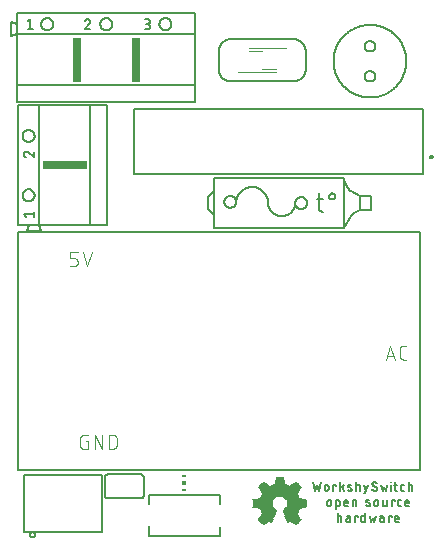
<source format=gbr>
G04 EAGLE Gerber RS-274X export*
G75*
%MOMM*%
%FSLAX34Y34*%
%LPD*%
%INSilkscreen Top*%
%IPPOS*%
%AMOC8*
5,1,8,0,0,1.08239X$1,22.5*%
G01*
%ADD10R,0.203200X0.050800*%
%ADD11R,0.304800X0.050800*%
%ADD12R,0.457200X0.050800*%
%ADD13R,0.558800X0.050800*%
%ADD14R,0.711200X0.050800*%
%ADD15R,0.152400X0.050800*%
%ADD16R,1.117600X0.050800*%
%ADD17R,0.254000X0.050800*%
%ADD18R,0.812800X0.050800*%
%ADD19R,1.219200X0.050800*%
%ADD20R,1.270000X0.050800*%
%ADD21R,1.320800X0.050800*%
%ADD22R,1.168400X0.050800*%
%ADD23R,1.371600X0.050800*%
%ADD24R,1.422400X0.050800*%
%ADD25R,1.625600X0.050800*%
%ADD26R,1.778000X0.050800*%
%ADD27R,1.727200X0.050800*%
%ADD28R,1.676400X0.050800*%
%ADD29R,3.251200X0.050800*%
%ADD30R,3.149600X0.050800*%
%ADD31R,3.048000X0.050800*%
%ADD32R,2.997200X0.050800*%
%ADD33R,3.352800X0.050800*%
%ADD34R,3.454400X0.050800*%
%ADD35R,3.556000X0.050800*%
%ADD36R,3.657600X0.050800*%
%ADD37R,3.606800X0.050800*%
%ADD38R,1.524000X0.050800*%
%ADD39R,0.660400X0.050800*%
%ADD40R,1.016000X0.050800*%
%ADD41R,0.914400X0.050800*%
%ADD42R,0.863600X0.050800*%
%ADD43R,0.762000X0.050800*%
%ADD44C,0.152400*%
%ADD45C,0.127000*%
%ADD46C,0.200000*%
%ADD47R,0.300000X0.150000*%
%ADD48R,0.300000X0.300000*%
%ADD49C,0.101600*%
%ADD50R,3.810000X0.762000*%
%ADD51C,0.203200*%
%ADD52R,0.762000X3.810000*%
%ADD53C,0.050800*%


D10*
X211582Y13970D03*
X239014Y13970D03*
D11*
X211582Y14478D03*
X239014Y14478D03*
D12*
X211836Y14986D03*
X238760Y14986D03*
D13*
X211836Y15494D03*
X238760Y15494D03*
D14*
X212090Y16002D03*
D10*
X218186Y16002D03*
D15*
X232156Y16002D03*
D14*
X238506Y16002D03*
D16*
X213614Y16510D03*
D17*
X232664Y16510D03*
D18*
X238506Y16510D03*
D19*
X213614Y17018D03*
X236982Y17018D03*
D20*
X213360Y17526D03*
X237236Y17526D03*
X213360Y18034D03*
D21*
X236982Y18034D03*
X213614Y18542D03*
X236982Y18542D03*
D20*
X213868Y19050D03*
X236728Y19050D03*
X214376Y19558D03*
X236220Y19558D03*
X214376Y20066D03*
X236220Y20066D03*
X214884Y20574D03*
X235712Y20574D03*
D19*
X215138Y21082D03*
X235458Y21082D03*
X215138Y21590D03*
D22*
X235204Y21590D03*
D19*
X215646Y22098D03*
X234950Y22098D03*
D22*
X215900Y22606D03*
X234696Y22606D03*
D19*
X216154Y23114D03*
X234442Y23114D03*
X216154Y23622D03*
X234442Y23622D03*
D20*
X215900Y24130D03*
D21*
X234442Y24130D03*
X216154Y24638D03*
X234442Y24638D03*
D23*
X215900Y25146D03*
D21*
X234442Y25146D03*
D23*
X215900Y25654D03*
D24*
X234442Y25654D03*
D23*
X215900Y26162D03*
X234696Y26162D03*
X215392Y26670D03*
X235204Y26670D03*
D20*
X214884Y27178D03*
X235712Y27178D03*
D24*
X213614Y27686D03*
X236982Y27686D03*
D25*
X212090Y28194D03*
X238506Y28194D03*
D26*
X211328Y28702D03*
X239268Y28702D03*
D27*
X211074Y29210D03*
X239522Y29210D03*
X211074Y29718D03*
X239522Y29718D03*
D28*
X210820Y30226D03*
D27*
X239522Y30226D03*
D28*
X210820Y30734D03*
X239776Y30734D03*
X210820Y31242D03*
X239776Y31242D03*
X210820Y31750D03*
X239776Y31750D03*
X210820Y32258D03*
X239776Y32258D03*
X210820Y32766D03*
X239776Y32766D03*
X210820Y33274D03*
D27*
X239522Y33274D03*
X211074Y33782D03*
X239522Y33782D03*
X211074Y34290D03*
X239522Y34290D03*
D26*
X211328Y34798D03*
X239268Y34798D03*
D25*
X212090Y35306D03*
X238506Y35306D03*
D24*
X213614Y35814D03*
X236982Y35814D03*
D20*
X214884Y36322D03*
X235712Y36322D03*
D21*
X215646Y36830D03*
X234950Y36830D03*
D24*
X216154Y37338D03*
X234442Y37338D03*
D29*
X225298Y37846D03*
D30*
X225298Y38354D03*
X225298Y38862D03*
D31*
X225298Y39370D03*
X225298Y39878D03*
D32*
X225044Y40386D03*
D31*
X225298Y40894D03*
D30*
X225298Y41402D03*
D29*
X225298Y41910D03*
X225298Y42418D03*
D33*
X225298Y42926D03*
D34*
X225298Y43434D03*
X225298Y43942D03*
D35*
X225298Y44450D03*
D36*
X225298Y44958D03*
X225298Y45466D03*
D37*
X225044Y45974D03*
D35*
X225298Y46482D03*
D18*
X212090Y46990D03*
D38*
X225298Y46990D03*
D18*
X238506Y46990D03*
D39*
X211836Y47498D03*
D19*
X225298Y47498D03*
D39*
X238252Y47498D03*
D13*
X211836Y48006D03*
D40*
X225298Y48006D03*
D13*
X238760Y48006D03*
D12*
X211836Y48514D03*
D41*
X225298Y48514D03*
D12*
X238760Y48514D03*
D11*
X211582Y49022D03*
D42*
X225044Y49022D03*
D17*
X238760Y49022D03*
D10*
X211582Y49530D03*
D18*
X225298Y49530D03*
D10*
X239014Y49530D03*
D18*
X225298Y50038D03*
X225298Y50546D03*
X225298Y51054D03*
D43*
X225044Y51562D03*
D14*
X225298Y52070D03*
X225298Y52578D03*
X225298Y53086D03*
X225298Y53594D03*
X225298Y54102D03*
D44*
X265527Y33563D02*
X265527Y31926D01*
X265527Y33563D02*
X265529Y33642D01*
X265535Y33721D01*
X265544Y33800D01*
X265557Y33878D01*
X265575Y33955D01*
X265595Y34031D01*
X265620Y34106D01*
X265648Y34180D01*
X265679Y34253D01*
X265715Y34324D01*
X265753Y34393D01*
X265795Y34460D01*
X265840Y34525D01*
X265888Y34588D01*
X265939Y34649D01*
X265993Y34706D01*
X266049Y34762D01*
X266108Y34814D01*
X266170Y34864D01*
X266234Y34910D01*
X266300Y34954D01*
X266368Y34994D01*
X266438Y35030D01*
X266510Y35064D01*
X266584Y35094D01*
X266658Y35120D01*
X266734Y35143D01*
X266811Y35161D01*
X266888Y35177D01*
X266967Y35188D01*
X267045Y35196D01*
X267124Y35200D01*
X267204Y35200D01*
X267283Y35196D01*
X267361Y35188D01*
X267440Y35177D01*
X267517Y35161D01*
X267594Y35143D01*
X267670Y35120D01*
X267744Y35094D01*
X267818Y35064D01*
X267890Y35030D01*
X267960Y34994D01*
X268028Y34954D01*
X268094Y34910D01*
X268158Y34864D01*
X268220Y34814D01*
X268279Y34762D01*
X268335Y34706D01*
X268389Y34649D01*
X268440Y34588D01*
X268488Y34525D01*
X268533Y34460D01*
X268575Y34393D01*
X268613Y34324D01*
X268649Y34253D01*
X268680Y34180D01*
X268708Y34106D01*
X268733Y34031D01*
X268753Y33955D01*
X268771Y33878D01*
X268784Y33800D01*
X268793Y33721D01*
X268799Y33642D01*
X268801Y33563D01*
X268801Y31926D01*
X268799Y31847D01*
X268793Y31768D01*
X268784Y31689D01*
X268771Y31611D01*
X268753Y31534D01*
X268733Y31458D01*
X268708Y31383D01*
X268680Y31309D01*
X268649Y31236D01*
X268613Y31165D01*
X268575Y31096D01*
X268533Y31029D01*
X268488Y30964D01*
X268440Y30901D01*
X268389Y30840D01*
X268335Y30783D01*
X268279Y30727D01*
X268220Y30675D01*
X268158Y30625D01*
X268094Y30579D01*
X268028Y30535D01*
X267960Y30495D01*
X267890Y30459D01*
X267818Y30425D01*
X267744Y30395D01*
X267670Y30369D01*
X267594Y30346D01*
X267517Y30328D01*
X267440Y30312D01*
X267361Y30301D01*
X267283Y30293D01*
X267204Y30289D01*
X267124Y30289D01*
X267045Y30293D01*
X266967Y30301D01*
X266888Y30312D01*
X266811Y30328D01*
X266734Y30346D01*
X266658Y30369D01*
X266584Y30395D01*
X266510Y30425D01*
X266438Y30459D01*
X266368Y30495D01*
X266300Y30535D01*
X266234Y30579D01*
X266170Y30625D01*
X266108Y30675D01*
X266049Y30727D01*
X265993Y30783D01*
X265939Y30840D01*
X265888Y30901D01*
X265840Y30964D01*
X265795Y31029D01*
X265753Y31096D01*
X265715Y31165D01*
X265679Y31236D01*
X265648Y31309D01*
X265620Y31383D01*
X265595Y31458D01*
X265575Y31534D01*
X265557Y31611D01*
X265544Y31689D01*
X265535Y31768D01*
X265529Y31847D01*
X265527Y31926D01*
X272792Y35200D02*
X272792Y27834D01*
X272792Y35200D02*
X274839Y35200D01*
X274839Y35201D02*
X274908Y35199D01*
X274976Y35193D01*
X275045Y35184D01*
X275112Y35170D01*
X275179Y35153D01*
X275245Y35132D01*
X275309Y35108D01*
X275372Y35079D01*
X275433Y35048D01*
X275492Y35013D01*
X275550Y34975D01*
X275605Y34933D01*
X275657Y34889D01*
X275707Y34841D01*
X275755Y34791D01*
X275799Y34739D01*
X275841Y34684D01*
X275879Y34626D01*
X275914Y34567D01*
X275945Y34506D01*
X275974Y34443D01*
X275998Y34379D01*
X276019Y34313D01*
X276036Y34246D01*
X276050Y34179D01*
X276059Y34110D01*
X276065Y34042D01*
X276067Y33973D01*
X276066Y33973D02*
X276066Y31517D01*
X276067Y31517D02*
X276065Y31448D01*
X276059Y31380D01*
X276050Y31311D01*
X276036Y31244D01*
X276019Y31177D01*
X275998Y31111D01*
X275974Y31047D01*
X275945Y30984D01*
X275914Y30923D01*
X275879Y30864D01*
X275841Y30806D01*
X275799Y30751D01*
X275755Y30699D01*
X275707Y30649D01*
X275657Y30601D01*
X275605Y30557D01*
X275550Y30516D01*
X275492Y30477D01*
X275433Y30442D01*
X275372Y30411D01*
X275309Y30382D01*
X275245Y30358D01*
X275179Y30337D01*
X275112Y30320D01*
X275045Y30306D01*
X274977Y30297D01*
X274908Y30291D01*
X274839Y30289D01*
X274839Y30290D02*
X272792Y30290D01*
X280890Y30290D02*
X282936Y30290D01*
X280890Y30289D02*
X280821Y30291D01*
X280753Y30297D01*
X280684Y30306D01*
X280617Y30320D01*
X280550Y30337D01*
X280484Y30358D01*
X280420Y30382D01*
X280357Y30411D01*
X280296Y30442D01*
X280237Y30477D01*
X280179Y30515D01*
X280124Y30557D01*
X280072Y30601D01*
X280022Y30649D01*
X279974Y30699D01*
X279930Y30751D01*
X279888Y30806D01*
X279850Y30864D01*
X279815Y30923D01*
X279784Y30984D01*
X279755Y31047D01*
X279731Y31111D01*
X279710Y31177D01*
X279693Y31244D01*
X279679Y31311D01*
X279670Y31380D01*
X279664Y31448D01*
X279662Y31517D01*
X279662Y33563D01*
X279664Y33642D01*
X279670Y33721D01*
X279679Y33800D01*
X279692Y33878D01*
X279710Y33955D01*
X279730Y34031D01*
X279755Y34106D01*
X279783Y34180D01*
X279814Y34253D01*
X279850Y34324D01*
X279888Y34393D01*
X279930Y34460D01*
X279975Y34525D01*
X280023Y34588D01*
X280074Y34649D01*
X280128Y34706D01*
X280184Y34762D01*
X280243Y34814D01*
X280305Y34864D01*
X280369Y34910D01*
X280435Y34954D01*
X280503Y34994D01*
X280573Y35030D01*
X280645Y35064D01*
X280719Y35094D01*
X280793Y35120D01*
X280869Y35143D01*
X280946Y35161D01*
X281023Y35177D01*
X281102Y35188D01*
X281180Y35196D01*
X281259Y35200D01*
X281339Y35200D01*
X281418Y35196D01*
X281496Y35188D01*
X281575Y35177D01*
X281652Y35161D01*
X281729Y35143D01*
X281805Y35120D01*
X281879Y35094D01*
X281953Y35064D01*
X282025Y35030D01*
X282095Y34994D01*
X282163Y34954D01*
X282229Y34910D01*
X282293Y34864D01*
X282355Y34814D01*
X282414Y34762D01*
X282470Y34706D01*
X282524Y34649D01*
X282575Y34588D01*
X282623Y34525D01*
X282668Y34460D01*
X282710Y34393D01*
X282748Y34324D01*
X282784Y34253D01*
X282815Y34180D01*
X282843Y34106D01*
X282868Y34031D01*
X282888Y33955D01*
X282906Y33878D01*
X282919Y33800D01*
X282928Y33721D01*
X282934Y33642D01*
X282936Y33563D01*
X282936Y32745D01*
X279662Y32745D01*
X286863Y30290D02*
X286863Y35200D01*
X288909Y35200D01*
X288909Y35201D02*
X288978Y35199D01*
X289046Y35193D01*
X289115Y35184D01*
X289182Y35170D01*
X289249Y35153D01*
X289315Y35132D01*
X289379Y35108D01*
X289442Y35079D01*
X289503Y35048D01*
X289562Y35013D01*
X289620Y34975D01*
X289675Y34933D01*
X289727Y34889D01*
X289777Y34841D01*
X289825Y34791D01*
X289869Y34739D01*
X289911Y34684D01*
X289949Y34626D01*
X289984Y34567D01*
X290015Y34506D01*
X290044Y34443D01*
X290068Y34379D01*
X290089Y34313D01*
X290106Y34246D01*
X290120Y34179D01*
X290129Y34110D01*
X290135Y34042D01*
X290137Y33973D01*
X290136Y33973D02*
X290136Y30290D01*
X298945Y33154D02*
X300991Y32336D01*
X298945Y33154D02*
X298886Y33179D01*
X298829Y33208D01*
X298774Y33241D01*
X298721Y33277D01*
X298670Y33315D01*
X298622Y33357D01*
X298576Y33402D01*
X298533Y33449D01*
X298493Y33499D01*
X298456Y33551D01*
X298422Y33606D01*
X298391Y33662D01*
X298364Y33720D01*
X298341Y33780D01*
X298321Y33840D01*
X298305Y33902D01*
X298292Y33965D01*
X298284Y34029D01*
X298279Y34092D01*
X298278Y34156D01*
X298281Y34220D01*
X298288Y34284D01*
X298299Y34347D01*
X298313Y34409D01*
X298331Y34471D01*
X298353Y34531D01*
X298378Y34590D01*
X298407Y34647D01*
X298440Y34702D01*
X298475Y34755D01*
X298514Y34806D01*
X298556Y34855D01*
X298600Y34901D01*
X298648Y34944D01*
X298697Y34984D01*
X298750Y35021D01*
X298804Y35055D01*
X298860Y35086D01*
X298918Y35113D01*
X298977Y35137D01*
X299038Y35156D01*
X299100Y35173D01*
X299163Y35185D01*
X299226Y35194D01*
X299290Y35199D01*
X299354Y35200D01*
X299353Y35200D02*
X299489Y35196D01*
X299624Y35188D01*
X299760Y35176D01*
X299894Y35160D01*
X300029Y35140D01*
X300162Y35117D01*
X300295Y35089D01*
X300427Y35058D01*
X300558Y35023D01*
X300688Y34984D01*
X300817Y34941D01*
X300944Y34894D01*
X301070Y34844D01*
X301195Y34790D01*
X300991Y32335D02*
X301050Y32310D01*
X301107Y32281D01*
X301162Y32248D01*
X301215Y32212D01*
X301266Y32174D01*
X301314Y32132D01*
X301360Y32087D01*
X301403Y32040D01*
X301443Y31990D01*
X301480Y31938D01*
X301514Y31883D01*
X301545Y31827D01*
X301572Y31769D01*
X301595Y31709D01*
X301615Y31649D01*
X301631Y31587D01*
X301644Y31524D01*
X301652Y31460D01*
X301657Y31397D01*
X301658Y31333D01*
X301655Y31269D01*
X301648Y31205D01*
X301637Y31142D01*
X301623Y31080D01*
X301605Y31018D01*
X301583Y30958D01*
X301558Y30899D01*
X301529Y30842D01*
X301496Y30787D01*
X301461Y30734D01*
X301422Y30683D01*
X301380Y30634D01*
X301336Y30588D01*
X301288Y30545D01*
X301239Y30505D01*
X301186Y30468D01*
X301132Y30434D01*
X301076Y30403D01*
X301018Y30376D01*
X300959Y30352D01*
X300898Y30333D01*
X300836Y30316D01*
X300773Y30304D01*
X300710Y30295D01*
X300646Y30290D01*
X300582Y30289D01*
X300582Y30290D02*
X300418Y30294D01*
X300254Y30302D01*
X300090Y30314D01*
X299927Y30330D01*
X299764Y30350D01*
X299601Y30373D01*
X299440Y30401D01*
X299278Y30432D01*
X299118Y30467D01*
X298959Y30506D01*
X298800Y30549D01*
X298643Y30595D01*
X298486Y30645D01*
X298331Y30699D01*
X305265Y31926D02*
X305265Y33563D01*
X305267Y33642D01*
X305273Y33721D01*
X305282Y33800D01*
X305295Y33878D01*
X305313Y33955D01*
X305333Y34031D01*
X305358Y34106D01*
X305386Y34180D01*
X305417Y34253D01*
X305453Y34324D01*
X305491Y34393D01*
X305533Y34460D01*
X305578Y34525D01*
X305626Y34588D01*
X305677Y34649D01*
X305731Y34706D01*
X305787Y34762D01*
X305846Y34814D01*
X305908Y34864D01*
X305972Y34910D01*
X306038Y34954D01*
X306106Y34994D01*
X306176Y35030D01*
X306248Y35064D01*
X306322Y35094D01*
X306396Y35120D01*
X306472Y35143D01*
X306549Y35161D01*
X306626Y35177D01*
X306705Y35188D01*
X306783Y35196D01*
X306862Y35200D01*
X306942Y35200D01*
X307021Y35196D01*
X307099Y35188D01*
X307178Y35177D01*
X307255Y35161D01*
X307332Y35143D01*
X307408Y35120D01*
X307482Y35094D01*
X307556Y35064D01*
X307628Y35030D01*
X307698Y34994D01*
X307766Y34954D01*
X307832Y34910D01*
X307896Y34864D01*
X307958Y34814D01*
X308017Y34762D01*
X308073Y34706D01*
X308127Y34649D01*
X308178Y34588D01*
X308226Y34525D01*
X308271Y34460D01*
X308313Y34393D01*
X308351Y34324D01*
X308387Y34253D01*
X308418Y34180D01*
X308446Y34106D01*
X308471Y34031D01*
X308491Y33955D01*
X308509Y33878D01*
X308522Y33800D01*
X308531Y33721D01*
X308537Y33642D01*
X308539Y33563D01*
X308539Y31926D01*
X308537Y31847D01*
X308531Y31768D01*
X308522Y31689D01*
X308509Y31611D01*
X308491Y31534D01*
X308471Y31458D01*
X308446Y31383D01*
X308418Y31309D01*
X308387Y31236D01*
X308351Y31165D01*
X308313Y31096D01*
X308271Y31029D01*
X308226Y30964D01*
X308178Y30901D01*
X308127Y30840D01*
X308073Y30783D01*
X308017Y30727D01*
X307958Y30675D01*
X307896Y30625D01*
X307832Y30579D01*
X307766Y30535D01*
X307698Y30495D01*
X307628Y30459D01*
X307556Y30425D01*
X307482Y30395D01*
X307408Y30369D01*
X307332Y30346D01*
X307255Y30328D01*
X307178Y30312D01*
X307099Y30301D01*
X307021Y30293D01*
X306942Y30289D01*
X306862Y30289D01*
X306783Y30293D01*
X306705Y30301D01*
X306626Y30312D01*
X306549Y30328D01*
X306472Y30346D01*
X306396Y30369D01*
X306322Y30395D01*
X306248Y30425D01*
X306176Y30459D01*
X306106Y30495D01*
X306038Y30535D01*
X305972Y30579D01*
X305908Y30625D01*
X305846Y30675D01*
X305787Y30727D01*
X305731Y30783D01*
X305677Y30840D01*
X305626Y30901D01*
X305578Y30964D01*
X305533Y31029D01*
X305491Y31096D01*
X305453Y31165D01*
X305417Y31236D01*
X305386Y31309D01*
X305358Y31383D01*
X305333Y31458D01*
X305313Y31534D01*
X305295Y31611D01*
X305282Y31689D01*
X305273Y31768D01*
X305267Y31847D01*
X305265Y31926D01*
X312466Y31517D02*
X312466Y35200D01*
X312466Y31517D02*
X312468Y31448D01*
X312474Y31380D01*
X312483Y31311D01*
X312497Y31244D01*
X312514Y31177D01*
X312535Y31111D01*
X312559Y31047D01*
X312588Y30984D01*
X312619Y30923D01*
X312654Y30864D01*
X312692Y30806D01*
X312734Y30751D01*
X312778Y30699D01*
X312826Y30649D01*
X312876Y30601D01*
X312928Y30557D01*
X312983Y30515D01*
X313041Y30477D01*
X313100Y30442D01*
X313161Y30411D01*
X313224Y30382D01*
X313288Y30358D01*
X313354Y30337D01*
X313421Y30320D01*
X313488Y30306D01*
X313557Y30297D01*
X313625Y30291D01*
X313694Y30289D01*
X313694Y30290D02*
X315740Y30290D01*
X315740Y35200D01*
X320006Y35200D02*
X320006Y30290D01*
X320006Y35200D02*
X322462Y35200D01*
X322462Y34382D01*
X326510Y30290D02*
X328147Y30290D01*
X326510Y30289D02*
X326441Y30291D01*
X326373Y30297D01*
X326304Y30306D01*
X326237Y30320D01*
X326170Y30337D01*
X326104Y30358D01*
X326040Y30382D01*
X325977Y30411D01*
X325916Y30442D01*
X325857Y30477D01*
X325799Y30515D01*
X325744Y30557D01*
X325692Y30601D01*
X325642Y30649D01*
X325594Y30699D01*
X325550Y30751D01*
X325508Y30806D01*
X325470Y30864D01*
X325435Y30923D01*
X325404Y30984D01*
X325375Y31047D01*
X325351Y31111D01*
X325330Y31177D01*
X325313Y31244D01*
X325299Y31311D01*
X325290Y31380D01*
X325284Y31448D01*
X325282Y31517D01*
X325282Y33973D01*
X325284Y34042D01*
X325290Y34110D01*
X325299Y34179D01*
X325313Y34246D01*
X325330Y34313D01*
X325351Y34379D01*
X325375Y34443D01*
X325404Y34506D01*
X325435Y34567D01*
X325470Y34626D01*
X325508Y34684D01*
X325550Y34739D01*
X325594Y34791D01*
X325642Y34841D01*
X325692Y34889D01*
X325744Y34933D01*
X325799Y34975D01*
X325857Y35013D01*
X325916Y35048D01*
X325977Y35079D01*
X326040Y35108D01*
X326104Y35132D01*
X326170Y35153D01*
X326237Y35170D01*
X326304Y35184D01*
X326373Y35193D01*
X326441Y35199D01*
X326510Y35201D01*
X326510Y35200D02*
X328147Y35200D01*
X332629Y30290D02*
X334675Y30290D01*
X332629Y30289D02*
X332560Y30291D01*
X332492Y30297D01*
X332423Y30306D01*
X332356Y30320D01*
X332289Y30337D01*
X332223Y30358D01*
X332159Y30382D01*
X332096Y30411D01*
X332035Y30442D01*
X331976Y30477D01*
X331918Y30515D01*
X331863Y30557D01*
X331811Y30601D01*
X331761Y30649D01*
X331713Y30699D01*
X331669Y30751D01*
X331627Y30806D01*
X331589Y30864D01*
X331554Y30923D01*
X331523Y30984D01*
X331494Y31047D01*
X331470Y31111D01*
X331449Y31177D01*
X331432Y31244D01*
X331418Y31311D01*
X331409Y31380D01*
X331403Y31448D01*
X331401Y31517D01*
X331401Y33563D01*
X331403Y33642D01*
X331409Y33721D01*
X331418Y33800D01*
X331431Y33878D01*
X331449Y33955D01*
X331469Y34031D01*
X331494Y34106D01*
X331522Y34180D01*
X331553Y34253D01*
X331589Y34324D01*
X331627Y34393D01*
X331669Y34460D01*
X331714Y34525D01*
X331762Y34588D01*
X331813Y34649D01*
X331867Y34706D01*
X331923Y34762D01*
X331982Y34814D01*
X332044Y34864D01*
X332108Y34910D01*
X332174Y34954D01*
X332242Y34994D01*
X332312Y35030D01*
X332384Y35064D01*
X332458Y35094D01*
X332532Y35120D01*
X332608Y35143D01*
X332685Y35161D01*
X332762Y35177D01*
X332841Y35188D01*
X332919Y35196D01*
X332998Y35200D01*
X333078Y35200D01*
X333157Y35196D01*
X333235Y35188D01*
X333314Y35177D01*
X333391Y35161D01*
X333468Y35143D01*
X333544Y35120D01*
X333618Y35094D01*
X333692Y35064D01*
X333764Y35030D01*
X333834Y34994D01*
X333902Y34954D01*
X333968Y34910D01*
X334032Y34864D01*
X334094Y34814D01*
X334153Y34762D01*
X334209Y34706D01*
X334263Y34649D01*
X334314Y34588D01*
X334362Y34525D01*
X334407Y34460D01*
X334449Y34393D01*
X334487Y34324D01*
X334523Y34253D01*
X334554Y34180D01*
X334582Y34106D01*
X334607Y34031D01*
X334627Y33955D01*
X334645Y33878D01*
X334658Y33800D01*
X334667Y33721D01*
X334673Y33642D01*
X334675Y33563D01*
X334675Y32745D01*
X331401Y32745D01*
X274195Y24321D02*
X274195Y16955D01*
X274195Y21865D02*
X276241Y21865D01*
X276241Y21866D02*
X276310Y21864D01*
X276378Y21858D01*
X276447Y21849D01*
X276514Y21835D01*
X276581Y21818D01*
X276647Y21797D01*
X276711Y21773D01*
X276774Y21744D01*
X276835Y21713D01*
X276894Y21678D01*
X276952Y21640D01*
X277007Y21598D01*
X277059Y21554D01*
X277109Y21506D01*
X277157Y21456D01*
X277201Y21404D01*
X277243Y21349D01*
X277281Y21291D01*
X277316Y21232D01*
X277347Y21171D01*
X277376Y21108D01*
X277400Y21044D01*
X277421Y20978D01*
X277438Y20911D01*
X277452Y20844D01*
X277461Y20775D01*
X277467Y20707D01*
X277469Y20638D01*
X277468Y20638D02*
X277468Y16955D01*
X282763Y19819D02*
X284604Y19819D01*
X282763Y19819D02*
X282688Y19817D01*
X282613Y19811D01*
X282539Y19801D01*
X282465Y19788D01*
X282392Y19770D01*
X282320Y19749D01*
X282250Y19724D01*
X282181Y19695D01*
X282113Y19663D01*
X282047Y19627D01*
X281983Y19588D01*
X281921Y19546D01*
X281862Y19500D01*
X281805Y19451D01*
X281750Y19400D01*
X281699Y19345D01*
X281650Y19288D01*
X281604Y19229D01*
X281562Y19167D01*
X281523Y19103D01*
X281487Y19037D01*
X281455Y18969D01*
X281426Y18900D01*
X281401Y18830D01*
X281380Y18758D01*
X281362Y18685D01*
X281349Y18611D01*
X281339Y18537D01*
X281333Y18462D01*
X281331Y18387D01*
X281333Y18312D01*
X281339Y18237D01*
X281349Y18163D01*
X281362Y18089D01*
X281380Y18016D01*
X281401Y17944D01*
X281426Y17874D01*
X281455Y17805D01*
X281487Y17737D01*
X281523Y17671D01*
X281562Y17607D01*
X281604Y17545D01*
X281650Y17486D01*
X281699Y17429D01*
X281750Y17374D01*
X281805Y17323D01*
X281862Y17274D01*
X281921Y17228D01*
X281983Y17186D01*
X282047Y17147D01*
X282113Y17111D01*
X282181Y17079D01*
X282250Y17050D01*
X282320Y17025D01*
X282392Y17004D01*
X282465Y16986D01*
X282539Y16973D01*
X282613Y16963D01*
X282688Y16957D01*
X282763Y16955D01*
X284604Y16955D01*
X284604Y20638D01*
X284605Y20638D02*
X284603Y20707D01*
X284597Y20775D01*
X284588Y20844D01*
X284574Y20911D01*
X284557Y20978D01*
X284536Y21044D01*
X284512Y21108D01*
X284483Y21171D01*
X284452Y21232D01*
X284417Y21291D01*
X284379Y21349D01*
X284337Y21404D01*
X284293Y21456D01*
X284245Y21506D01*
X284195Y21554D01*
X284143Y21598D01*
X284088Y21640D01*
X284030Y21678D01*
X283971Y21713D01*
X283910Y21744D01*
X283847Y21773D01*
X283783Y21797D01*
X283717Y21818D01*
X283650Y21835D01*
X283583Y21849D01*
X283514Y21858D01*
X283446Y21864D01*
X283377Y21866D01*
X283377Y21865D02*
X281740Y21865D01*
X288936Y21865D02*
X288936Y16955D01*
X288936Y21865D02*
X291391Y21865D01*
X291391Y21047D01*
X297406Y24321D02*
X297406Y16955D01*
X295360Y16955D01*
X295360Y16954D02*
X295291Y16956D01*
X295223Y16962D01*
X295154Y16971D01*
X295087Y16985D01*
X295020Y17002D01*
X294954Y17023D01*
X294890Y17047D01*
X294827Y17076D01*
X294766Y17107D01*
X294707Y17142D01*
X294649Y17180D01*
X294594Y17222D01*
X294542Y17266D01*
X294492Y17314D01*
X294444Y17364D01*
X294400Y17416D01*
X294358Y17471D01*
X294320Y17529D01*
X294285Y17588D01*
X294254Y17649D01*
X294225Y17712D01*
X294201Y17776D01*
X294180Y17842D01*
X294163Y17909D01*
X294149Y17976D01*
X294140Y18045D01*
X294134Y18113D01*
X294132Y18182D01*
X294132Y20638D01*
X294134Y20707D01*
X294140Y20775D01*
X294149Y20844D01*
X294163Y20911D01*
X294180Y20978D01*
X294201Y21044D01*
X294225Y21108D01*
X294254Y21171D01*
X294285Y21232D01*
X294320Y21291D01*
X294358Y21349D01*
X294400Y21404D01*
X294444Y21456D01*
X294492Y21506D01*
X294542Y21554D01*
X294594Y21598D01*
X294649Y21640D01*
X294707Y21678D01*
X294766Y21713D01*
X294827Y21744D01*
X294890Y21773D01*
X294954Y21797D01*
X295020Y21818D01*
X295087Y21835D01*
X295154Y21849D01*
X295223Y21858D01*
X295291Y21864D01*
X295360Y21866D01*
X295360Y21865D02*
X297406Y21865D01*
X301379Y21865D02*
X302607Y16955D01*
X303835Y20228D01*
X305062Y16955D01*
X306290Y21865D01*
X311300Y19819D02*
X313141Y19819D01*
X311300Y19819D02*
X311225Y19817D01*
X311150Y19811D01*
X311076Y19801D01*
X311002Y19788D01*
X310929Y19770D01*
X310857Y19749D01*
X310787Y19724D01*
X310718Y19695D01*
X310650Y19663D01*
X310584Y19627D01*
X310520Y19588D01*
X310458Y19546D01*
X310399Y19500D01*
X310342Y19451D01*
X310287Y19400D01*
X310236Y19345D01*
X310187Y19288D01*
X310141Y19229D01*
X310099Y19167D01*
X310060Y19103D01*
X310024Y19037D01*
X309992Y18969D01*
X309963Y18900D01*
X309938Y18830D01*
X309917Y18758D01*
X309899Y18685D01*
X309886Y18611D01*
X309876Y18537D01*
X309870Y18462D01*
X309868Y18387D01*
X309870Y18312D01*
X309876Y18237D01*
X309886Y18163D01*
X309899Y18089D01*
X309917Y18016D01*
X309938Y17944D01*
X309963Y17874D01*
X309992Y17805D01*
X310024Y17737D01*
X310060Y17671D01*
X310099Y17607D01*
X310141Y17545D01*
X310187Y17486D01*
X310236Y17429D01*
X310287Y17374D01*
X310342Y17323D01*
X310399Y17274D01*
X310458Y17228D01*
X310520Y17186D01*
X310584Y17147D01*
X310650Y17111D01*
X310718Y17079D01*
X310787Y17050D01*
X310857Y17025D01*
X310929Y17004D01*
X311002Y16986D01*
X311076Y16973D01*
X311150Y16963D01*
X311225Y16957D01*
X311300Y16955D01*
X313141Y16955D01*
X313141Y20638D01*
X313139Y20707D01*
X313133Y20775D01*
X313124Y20844D01*
X313110Y20911D01*
X313093Y20978D01*
X313072Y21044D01*
X313048Y21108D01*
X313019Y21171D01*
X312988Y21232D01*
X312953Y21291D01*
X312915Y21349D01*
X312873Y21404D01*
X312829Y21456D01*
X312781Y21506D01*
X312731Y21554D01*
X312679Y21598D01*
X312624Y21640D01*
X312566Y21678D01*
X312507Y21713D01*
X312446Y21744D01*
X312383Y21773D01*
X312319Y21797D01*
X312253Y21818D01*
X312186Y21835D01*
X312119Y21849D01*
X312050Y21858D01*
X311982Y21864D01*
X311913Y21866D01*
X311913Y21865D02*
X310277Y21865D01*
X317473Y21865D02*
X317473Y16955D01*
X317473Y21865D02*
X319928Y21865D01*
X319928Y21047D01*
X323961Y16955D02*
X326007Y16955D01*
X323961Y16954D02*
X323892Y16956D01*
X323824Y16962D01*
X323755Y16971D01*
X323688Y16985D01*
X323621Y17002D01*
X323555Y17023D01*
X323491Y17047D01*
X323428Y17076D01*
X323367Y17107D01*
X323308Y17142D01*
X323250Y17180D01*
X323195Y17222D01*
X323143Y17266D01*
X323093Y17314D01*
X323045Y17364D01*
X323001Y17416D01*
X322959Y17471D01*
X322921Y17529D01*
X322886Y17588D01*
X322855Y17649D01*
X322826Y17712D01*
X322802Y17776D01*
X322781Y17842D01*
X322764Y17909D01*
X322750Y17976D01*
X322741Y18045D01*
X322735Y18113D01*
X322733Y18182D01*
X322734Y18182D02*
X322734Y20228D01*
X322736Y20307D01*
X322742Y20386D01*
X322751Y20465D01*
X322764Y20543D01*
X322782Y20620D01*
X322802Y20696D01*
X322827Y20771D01*
X322855Y20845D01*
X322886Y20918D01*
X322922Y20989D01*
X322960Y21058D01*
X323002Y21125D01*
X323047Y21190D01*
X323095Y21253D01*
X323146Y21314D01*
X323200Y21371D01*
X323256Y21427D01*
X323315Y21479D01*
X323377Y21529D01*
X323441Y21575D01*
X323507Y21619D01*
X323575Y21659D01*
X323645Y21695D01*
X323717Y21729D01*
X323791Y21759D01*
X323865Y21785D01*
X323941Y21808D01*
X324018Y21826D01*
X324095Y21842D01*
X324174Y21853D01*
X324252Y21861D01*
X324331Y21865D01*
X324411Y21865D01*
X324490Y21861D01*
X324568Y21853D01*
X324647Y21842D01*
X324724Y21826D01*
X324801Y21808D01*
X324877Y21785D01*
X324951Y21759D01*
X325025Y21729D01*
X325097Y21695D01*
X325167Y21659D01*
X325235Y21619D01*
X325301Y21575D01*
X325365Y21529D01*
X325427Y21479D01*
X325486Y21427D01*
X325542Y21371D01*
X325596Y21314D01*
X325647Y21253D01*
X325695Y21190D01*
X325740Y21125D01*
X325782Y21058D01*
X325820Y20989D01*
X325856Y20918D01*
X325887Y20845D01*
X325915Y20771D01*
X325940Y20696D01*
X325960Y20620D01*
X325978Y20543D01*
X325991Y20465D01*
X326000Y20386D01*
X326006Y20307D01*
X326008Y20228D01*
X326007Y20228D02*
X326007Y19410D01*
X322734Y19410D01*
X254816Y43180D02*
X253179Y50546D01*
X256453Y48091D02*
X254816Y43180D01*
X258090Y43180D02*
X256453Y48091D01*
X259727Y50546D02*
X258090Y43180D01*
X263350Y44817D02*
X263350Y46454D01*
X263352Y46533D01*
X263358Y46612D01*
X263367Y46691D01*
X263380Y46769D01*
X263398Y46846D01*
X263418Y46922D01*
X263443Y46997D01*
X263471Y47071D01*
X263502Y47144D01*
X263538Y47215D01*
X263576Y47284D01*
X263618Y47351D01*
X263663Y47416D01*
X263711Y47479D01*
X263762Y47540D01*
X263816Y47597D01*
X263872Y47653D01*
X263931Y47705D01*
X263993Y47755D01*
X264057Y47801D01*
X264123Y47845D01*
X264191Y47885D01*
X264261Y47921D01*
X264333Y47955D01*
X264407Y47985D01*
X264481Y48011D01*
X264557Y48034D01*
X264634Y48052D01*
X264711Y48068D01*
X264790Y48079D01*
X264868Y48087D01*
X264947Y48091D01*
X265027Y48091D01*
X265106Y48087D01*
X265184Y48079D01*
X265263Y48068D01*
X265340Y48052D01*
X265417Y48034D01*
X265493Y48011D01*
X265567Y47985D01*
X265641Y47955D01*
X265713Y47921D01*
X265783Y47885D01*
X265851Y47845D01*
X265917Y47801D01*
X265981Y47755D01*
X266043Y47705D01*
X266102Y47653D01*
X266158Y47597D01*
X266212Y47540D01*
X266263Y47479D01*
X266311Y47416D01*
X266356Y47351D01*
X266398Y47284D01*
X266436Y47215D01*
X266472Y47144D01*
X266503Y47071D01*
X266531Y46997D01*
X266556Y46922D01*
X266576Y46846D01*
X266594Y46769D01*
X266607Y46691D01*
X266616Y46612D01*
X266622Y46533D01*
X266624Y46454D01*
X266624Y44817D01*
X266622Y44738D01*
X266616Y44659D01*
X266607Y44580D01*
X266594Y44502D01*
X266576Y44425D01*
X266556Y44349D01*
X266531Y44274D01*
X266503Y44200D01*
X266472Y44127D01*
X266436Y44056D01*
X266398Y43987D01*
X266356Y43920D01*
X266311Y43855D01*
X266263Y43792D01*
X266212Y43731D01*
X266158Y43674D01*
X266102Y43618D01*
X266043Y43566D01*
X265981Y43516D01*
X265917Y43470D01*
X265851Y43426D01*
X265783Y43386D01*
X265713Y43350D01*
X265641Y43316D01*
X265567Y43286D01*
X265493Y43260D01*
X265417Y43237D01*
X265340Y43219D01*
X265263Y43203D01*
X265184Y43192D01*
X265106Y43184D01*
X265027Y43180D01*
X264947Y43180D01*
X264868Y43184D01*
X264790Y43192D01*
X264711Y43203D01*
X264634Y43219D01*
X264557Y43237D01*
X264481Y43260D01*
X264407Y43286D01*
X264333Y43316D01*
X264261Y43350D01*
X264191Y43386D01*
X264123Y43426D01*
X264057Y43470D01*
X263993Y43516D01*
X263931Y43566D01*
X263872Y43618D01*
X263816Y43674D01*
X263762Y43731D01*
X263711Y43792D01*
X263663Y43855D01*
X263618Y43920D01*
X263576Y43987D01*
X263538Y44056D01*
X263502Y44127D01*
X263471Y44200D01*
X263443Y44274D01*
X263418Y44349D01*
X263398Y44425D01*
X263380Y44502D01*
X263367Y44580D01*
X263358Y44659D01*
X263352Y44738D01*
X263350Y44817D01*
X270624Y43180D02*
X270624Y48091D01*
X273080Y48091D01*
X273080Y47272D01*
X276301Y50546D02*
X276301Y43180D01*
X276301Y45635D02*
X279575Y48091D01*
X277733Y46658D02*
X279575Y43180D01*
X283433Y46045D02*
X285479Y45226D01*
X283433Y46045D02*
X283374Y46070D01*
X283317Y46099D01*
X283262Y46132D01*
X283209Y46168D01*
X283158Y46206D01*
X283110Y46248D01*
X283064Y46293D01*
X283021Y46340D01*
X282981Y46390D01*
X282944Y46442D01*
X282910Y46497D01*
X282879Y46553D01*
X282852Y46611D01*
X282829Y46671D01*
X282809Y46731D01*
X282793Y46793D01*
X282780Y46856D01*
X282772Y46920D01*
X282767Y46983D01*
X282766Y47047D01*
X282769Y47111D01*
X282776Y47175D01*
X282787Y47238D01*
X282801Y47300D01*
X282819Y47362D01*
X282841Y47422D01*
X282866Y47481D01*
X282895Y47538D01*
X282928Y47593D01*
X282963Y47646D01*
X283002Y47697D01*
X283044Y47746D01*
X283088Y47792D01*
X283136Y47835D01*
X283185Y47875D01*
X283238Y47912D01*
X283292Y47946D01*
X283348Y47977D01*
X283406Y48004D01*
X283465Y48028D01*
X283526Y48047D01*
X283588Y48064D01*
X283651Y48076D01*
X283714Y48085D01*
X283778Y48090D01*
X283842Y48091D01*
X283978Y48087D01*
X284113Y48079D01*
X284249Y48067D01*
X284383Y48051D01*
X284518Y48031D01*
X284651Y48008D01*
X284784Y47980D01*
X284916Y47949D01*
X285047Y47914D01*
X285177Y47875D01*
X285306Y47832D01*
X285433Y47785D01*
X285559Y47735D01*
X285684Y47681D01*
X285479Y45226D02*
X285538Y45201D01*
X285595Y45172D01*
X285650Y45139D01*
X285703Y45103D01*
X285754Y45065D01*
X285802Y45023D01*
X285848Y44978D01*
X285891Y44931D01*
X285931Y44881D01*
X285968Y44829D01*
X286002Y44774D01*
X286033Y44718D01*
X286060Y44660D01*
X286083Y44600D01*
X286103Y44540D01*
X286119Y44478D01*
X286132Y44415D01*
X286140Y44351D01*
X286145Y44288D01*
X286146Y44224D01*
X286143Y44160D01*
X286136Y44096D01*
X286125Y44033D01*
X286111Y43971D01*
X286093Y43909D01*
X286071Y43849D01*
X286046Y43790D01*
X286017Y43733D01*
X285984Y43678D01*
X285949Y43625D01*
X285910Y43574D01*
X285868Y43525D01*
X285824Y43479D01*
X285776Y43436D01*
X285727Y43396D01*
X285674Y43359D01*
X285620Y43325D01*
X285564Y43294D01*
X285506Y43267D01*
X285447Y43243D01*
X285386Y43224D01*
X285324Y43207D01*
X285261Y43195D01*
X285198Y43186D01*
X285134Y43181D01*
X285070Y43180D01*
X284906Y43184D01*
X284742Y43192D01*
X284578Y43204D01*
X284415Y43220D01*
X284252Y43240D01*
X284089Y43263D01*
X283928Y43291D01*
X283766Y43322D01*
X283606Y43357D01*
X283447Y43396D01*
X283288Y43439D01*
X283131Y43485D01*
X282974Y43535D01*
X282819Y43589D01*
X290020Y43180D02*
X290020Y50546D01*
X290020Y48091D02*
X292066Y48091D01*
X292135Y48089D01*
X292203Y48083D01*
X292272Y48074D01*
X292339Y48060D01*
X292406Y48043D01*
X292472Y48022D01*
X292536Y47998D01*
X292599Y47969D01*
X292660Y47938D01*
X292719Y47903D01*
X292777Y47865D01*
X292832Y47823D01*
X292884Y47779D01*
X292934Y47731D01*
X292982Y47681D01*
X293026Y47629D01*
X293068Y47574D01*
X293106Y47516D01*
X293141Y47457D01*
X293172Y47396D01*
X293201Y47333D01*
X293225Y47269D01*
X293246Y47203D01*
X293263Y47136D01*
X293277Y47069D01*
X293286Y47000D01*
X293292Y46932D01*
X293294Y46863D01*
X293294Y43180D01*
X296955Y40725D02*
X297773Y40725D01*
X300228Y48091D01*
X296955Y48091D02*
X298591Y43180D01*
X305935Y43180D02*
X306013Y43182D01*
X306091Y43187D01*
X306168Y43197D01*
X306245Y43210D01*
X306321Y43226D01*
X306396Y43246D01*
X306470Y43270D01*
X306543Y43297D01*
X306615Y43328D01*
X306685Y43362D01*
X306754Y43399D01*
X306820Y43440D01*
X306885Y43484D01*
X306947Y43530D01*
X307007Y43580D01*
X307065Y43632D01*
X307120Y43687D01*
X307172Y43745D01*
X307222Y43805D01*
X307268Y43867D01*
X307312Y43932D01*
X307353Y43999D01*
X307390Y44067D01*
X307424Y44137D01*
X307455Y44209D01*
X307482Y44282D01*
X307506Y44356D01*
X307526Y44431D01*
X307542Y44507D01*
X307555Y44584D01*
X307565Y44661D01*
X307570Y44739D01*
X307572Y44817D01*
X305935Y43180D02*
X305821Y43182D01*
X305708Y43187D01*
X305594Y43197D01*
X305481Y43210D01*
X305369Y43227D01*
X305257Y43247D01*
X305146Y43271D01*
X305035Y43299D01*
X304926Y43330D01*
X304818Y43365D01*
X304711Y43404D01*
X304605Y43446D01*
X304501Y43491D01*
X304398Y43540D01*
X304297Y43593D01*
X304198Y43648D01*
X304100Y43707D01*
X304005Y43769D01*
X303912Y43834D01*
X303820Y43902D01*
X303732Y43973D01*
X303645Y44047D01*
X303561Y44124D01*
X303480Y44203D01*
X303684Y48909D02*
X303686Y48987D01*
X303691Y49065D01*
X303701Y49142D01*
X303714Y49219D01*
X303730Y49295D01*
X303750Y49370D01*
X303774Y49444D01*
X303801Y49517D01*
X303832Y49589D01*
X303866Y49659D01*
X303903Y49728D01*
X303944Y49794D01*
X303988Y49859D01*
X304034Y49921D01*
X304084Y49981D01*
X304136Y50039D01*
X304191Y50094D01*
X304249Y50146D01*
X304309Y50196D01*
X304371Y50242D01*
X304436Y50286D01*
X304503Y50327D01*
X304571Y50364D01*
X304641Y50398D01*
X304713Y50429D01*
X304786Y50456D01*
X304860Y50480D01*
X304935Y50500D01*
X305011Y50516D01*
X305088Y50529D01*
X305165Y50539D01*
X305243Y50544D01*
X305321Y50546D01*
X305431Y50544D01*
X305540Y50538D01*
X305650Y50528D01*
X305758Y50515D01*
X305867Y50497D01*
X305974Y50476D01*
X306081Y50450D01*
X306187Y50421D01*
X306292Y50389D01*
X306395Y50352D01*
X306497Y50312D01*
X306598Y50268D01*
X306697Y50220D01*
X306794Y50170D01*
X306889Y50115D01*
X306982Y50057D01*
X307073Y49996D01*
X307162Y49932D01*
X304503Y47476D02*
X304436Y47518D01*
X304371Y47562D01*
X304309Y47610D01*
X304249Y47660D01*
X304191Y47713D01*
X304136Y47769D01*
X304084Y47828D01*
X304034Y47888D01*
X303987Y47952D01*
X303944Y48017D01*
X303903Y48084D01*
X303866Y48153D01*
X303832Y48224D01*
X303801Y48296D01*
X303774Y48370D01*
X303750Y48444D01*
X303730Y48520D01*
X303714Y48597D01*
X303701Y48674D01*
X303691Y48752D01*
X303686Y48831D01*
X303684Y48909D01*
X306753Y46249D02*
X306819Y46207D01*
X306884Y46163D01*
X306946Y46116D01*
X307006Y46065D01*
X307064Y46012D01*
X307119Y45956D01*
X307172Y45898D01*
X307221Y45837D01*
X307268Y45774D01*
X307311Y45709D01*
X307352Y45642D01*
X307389Y45573D01*
X307423Y45502D01*
X307454Y45430D01*
X307481Y45356D01*
X307505Y45281D01*
X307525Y45206D01*
X307541Y45129D01*
X307554Y45052D01*
X307564Y44974D01*
X307569Y44895D01*
X307571Y44817D01*
X306753Y46249D02*
X304502Y47477D01*
X311071Y48091D02*
X312299Y43180D01*
X313527Y46454D01*
X314754Y43180D01*
X315982Y48091D01*
X319394Y48091D02*
X319394Y43180D01*
X319189Y50137D02*
X319189Y50546D01*
X319598Y50546D01*
X319598Y50137D01*
X319189Y50137D01*
X322065Y48091D02*
X324520Y48091D01*
X322884Y50546D02*
X322884Y44408D01*
X322883Y44408D02*
X322885Y44339D01*
X322891Y44271D01*
X322900Y44202D01*
X322914Y44135D01*
X322931Y44068D01*
X322952Y44002D01*
X322976Y43938D01*
X323005Y43875D01*
X323036Y43814D01*
X323071Y43755D01*
X323109Y43697D01*
X323151Y43642D01*
X323195Y43590D01*
X323243Y43540D01*
X323293Y43492D01*
X323345Y43448D01*
X323400Y43406D01*
X323458Y43368D01*
X323517Y43333D01*
X323578Y43302D01*
X323641Y43273D01*
X323705Y43249D01*
X323771Y43228D01*
X323838Y43211D01*
X323905Y43197D01*
X323974Y43188D01*
X324042Y43182D01*
X324111Y43180D01*
X324520Y43180D01*
X329134Y43180D02*
X330771Y43180D01*
X329134Y43180D02*
X329065Y43182D01*
X328997Y43188D01*
X328928Y43197D01*
X328861Y43211D01*
X328794Y43228D01*
X328728Y43249D01*
X328664Y43273D01*
X328601Y43302D01*
X328540Y43333D01*
X328481Y43368D01*
X328423Y43406D01*
X328368Y43448D01*
X328316Y43492D01*
X328266Y43540D01*
X328218Y43590D01*
X328174Y43642D01*
X328132Y43697D01*
X328094Y43755D01*
X328059Y43814D01*
X328028Y43875D01*
X327999Y43938D01*
X327975Y44002D01*
X327954Y44068D01*
X327937Y44135D01*
X327923Y44202D01*
X327914Y44271D01*
X327908Y44339D01*
X327906Y44408D01*
X327906Y46863D01*
X327908Y46932D01*
X327914Y47000D01*
X327923Y47069D01*
X327937Y47136D01*
X327954Y47203D01*
X327975Y47269D01*
X327999Y47333D01*
X328028Y47396D01*
X328059Y47457D01*
X328094Y47516D01*
X328132Y47574D01*
X328174Y47629D01*
X328218Y47681D01*
X328266Y47731D01*
X328316Y47779D01*
X328368Y47823D01*
X328423Y47865D01*
X328481Y47903D01*
X328540Y47938D01*
X328601Y47969D01*
X328664Y47998D01*
X328728Y48022D01*
X328794Y48043D01*
X328861Y48060D01*
X328928Y48074D01*
X328997Y48083D01*
X329065Y48089D01*
X329134Y48091D01*
X330771Y48091D01*
X334292Y50546D02*
X334292Y43180D01*
X334292Y48091D02*
X336338Y48091D01*
X336407Y48089D01*
X336475Y48083D01*
X336544Y48074D01*
X336611Y48060D01*
X336678Y48043D01*
X336744Y48022D01*
X336808Y47998D01*
X336871Y47969D01*
X336932Y47938D01*
X336991Y47903D01*
X337049Y47865D01*
X337104Y47823D01*
X337156Y47779D01*
X337206Y47731D01*
X337254Y47681D01*
X337298Y47629D01*
X337340Y47574D01*
X337378Y47516D01*
X337413Y47457D01*
X337444Y47396D01*
X337473Y47333D01*
X337497Y47269D01*
X337518Y47203D01*
X337535Y47136D01*
X337549Y47069D01*
X337558Y47000D01*
X337564Y46932D01*
X337566Y46863D01*
X337566Y43180D01*
D45*
X346560Y310970D02*
X101560Y310970D01*
X346560Y310970D02*
X346560Y365970D01*
X101560Y365970D01*
X101560Y310970D01*
D46*
X352600Y325770D02*
X352602Y325833D01*
X352608Y325895D01*
X352618Y325957D01*
X352631Y326019D01*
X352649Y326079D01*
X352670Y326138D01*
X352695Y326196D01*
X352724Y326252D01*
X352756Y326306D01*
X352791Y326358D01*
X352829Y326407D01*
X352871Y326455D01*
X352915Y326499D01*
X352963Y326541D01*
X353012Y326579D01*
X353064Y326614D01*
X353118Y326646D01*
X353174Y326675D01*
X353232Y326700D01*
X353291Y326721D01*
X353351Y326739D01*
X353413Y326752D01*
X353475Y326762D01*
X353537Y326768D01*
X353600Y326770D01*
X353663Y326768D01*
X353725Y326762D01*
X353787Y326752D01*
X353849Y326739D01*
X353909Y326721D01*
X353968Y326700D01*
X354026Y326675D01*
X354082Y326646D01*
X354136Y326614D01*
X354188Y326579D01*
X354237Y326541D01*
X354285Y326499D01*
X354329Y326455D01*
X354371Y326407D01*
X354409Y326358D01*
X354444Y326306D01*
X354476Y326252D01*
X354505Y326196D01*
X354530Y326138D01*
X354551Y326079D01*
X354569Y326019D01*
X354582Y325957D01*
X354592Y325895D01*
X354598Y325833D01*
X354600Y325770D01*
X354598Y325707D01*
X354592Y325645D01*
X354582Y325583D01*
X354569Y325521D01*
X354551Y325461D01*
X354530Y325402D01*
X354505Y325344D01*
X354476Y325288D01*
X354444Y325234D01*
X354409Y325182D01*
X354371Y325133D01*
X354329Y325085D01*
X354285Y325041D01*
X354237Y324999D01*
X354188Y324961D01*
X354136Y324926D01*
X354082Y324894D01*
X354026Y324865D01*
X353968Y324840D01*
X353909Y324819D01*
X353849Y324801D01*
X353787Y324788D01*
X353725Y324778D01*
X353663Y324772D01*
X353600Y324770D01*
X353537Y324772D01*
X353475Y324778D01*
X353413Y324788D01*
X353351Y324801D01*
X353291Y324819D01*
X353232Y324840D01*
X353174Y324865D01*
X353118Y324894D01*
X353064Y324926D01*
X353012Y324961D01*
X352963Y324999D01*
X352915Y325041D01*
X352871Y325085D01*
X352829Y325133D01*
X352791Y325182D01*
X352756Y325234D01*
X352724Y325288D01*
X352695Y325344D01*
X352670Y325402D01*
X352649Y325461D01*
X352631Y325521D01*
X352618Y325583D01*
X352608Y325645D01*
X352602Y325707D01*
X352600Y325770D01*
D47*
X144360Y55930D03*
X144360Y43930D03*
D48*
X144360Y49930D03*
D45*
X343690Y60380D02*
X343690Y262380D01*
X3690Y262380D02*
X3690Y60380D01*
X343690Y60380D01*
X343690Y262380D02*
X3690Y262380D01*
D49*
X314943Y154156D02*
X318838Y165840D01*
X322733Y154156D01*
X321759Y157077D02*
X315917Y157077D01*
X329586Y154156D02*
X332182Y154156D01*
X329586Y154156D02*
X329487Y154158D01*
X329387Y154164D01*
X329288Y154173D01*
X329190Y154186D01*
X329092Y154203D01*
X328994Y154224D01*
X328898Y154249D01*
X328803Y154277D01*
X328709Y154309D01*
X328616Y154344D01*
X328524Y154383D01*
X328434Y154426D01*
X328346Y154471D01*
X328259Y154521D01*
X328175Y154573D01*
X328092Y154629D01*
X328012Y154687D01*
X327934Y154749D01*
X327859Y154814D01*
X327786Y154882D01*
X327716Y154952D01*
X327648Y155025D01*
X327583Y155100D01*
X327521Y155178D01*
X327463Y155258D01*
X327407Y155341D01*
X327355Y155425D01*
X327305Y155512D01*
X327260Y155600D01*
X327217Y155690D01*
X327178Y155782D01*
X327143Y155875D01*
X327111Y155969D01*
X327083Y156064D01*
X327058Y156160D01*
X327037Y156258D01*
X327020Y156356D01*
X327007Y156454D01*
X326998Y156553D01*
X326992Y156653D01*
X326990Y156752D01*
X326989Y156752D02*
X326989Y163244D01*
X326990Y163244D02*
X326992Y163343D01*
X326998Y163443D01*
X327007Y163542D01*
X327020Y163640D01*
X327037Y163738D01*
X327058Y163836D01*
X327083Y163932D01*
X327111Y164027D01*
X327143Y164121D01*
X327178Y164214D01*
X327217Y164306D01*
X327260Y164396D01*
X327305Y164484D01*
X327355Y164571D01*
X327407Y164655D01*
X327463Y164738D01*
X327521Y164818D01*
X327583Y164896D01*
X327648Y164971D01*
X327716Y165044D01*
X327786Y165114D01*
X327859Y165182D01*
X327934Y165247D01*
X328012Y165309D01*
X328092Y165367D01*
X328175Y165423D01*
X328259Y165475D01*
X328346Y165525D01*
X328434Y165570D01*
X328524Y165613D01*
X328616Y165652D01*
X328708Y165687D01*
X328803Y165719D01*
X328898Y165747D01*
X328994Y165772D01*
X329092Y165793D01*
X329190Y165810D01*
X329288Y165823D01*
X329387Y165832D01*
X329487Y165838D01*
X329586Y165840D01*
X332182Y165840D01*
X51460Y233318D02*
X47566Y233318D01*
X51460Y233318D02*
X51559Y233320D01*
X51659Y233326D01*
X51758Y233335D01*
X51856Y233348D01*
X51954Y233365D01*
X52052Y233386D01*
X52148Y233411D01*
X52243Y233439D01*
X52337Y233471D01*
X52430Y233506D01*
X52522Y233545D01*
X52612Y233588D01*
X52700Y233633D01*
X52787Y233683D01*
X52871Y233735D01*
X52954Y233791D01*
X53034Y233849D01*
X53112Y233911D01*
X53187Y233976D01*
X53260Y234044D01*
X53330Y234114D01*
X53398Y234187D01*
X53463Y234262D01*
X53525Y234340D01*
X53583Y234420D01*
X53639Y234503D01*
X53691Y234587D01*
X53741Y234674D01*
X53786Y234762D01*
X53829Y234852D01*
X53868Y234944D01*
X53903Y235037D01*
X53935Y235131D01*
X53963Y235226D01*
X53988Y235322D01*
X54009Y235420D01*
X54026Y235518D01*
X54039Y235616D01*
X54048Y235715D01*
X54054Y235815D01*
X54056Y235914D01*
X54057Y235914D02*
X54057Y237213D01*
X54056Y237213D02*
X54054Y237312D01*
X54048Y237412D01*
X54039Y237511D01*
X54026Y237609D01*
X54009Y237707D01*
X53988Y237805D01*
X53963Y237901D01*
X53935Y237996D01*
X53903Y238090D01*
X53868Y238183D01*
X53829Y238275D01*
X53786Y238365D01*
X53741Y238453D01*
X53691Y238540D01*
X53639Y238624D01*
X53583Y238707D01*
X53525Y238787D01*
X53463Y238865D01*
X53398Y238940D01*
X53330Y239013D01*
X53260Y239083D01*
X53187Y239151D01*
X53112Y239216D01*
X53034Y239278D01*
X52954Y239336D01*
X52871Y239392D01*
X52787Y239444D01*
X52700Y239494D01*
X52612Y239539D01*
X52522Y239582D01*
X52430Y239621D01*
X52337Y239656D01*
X52243Y239688D01*
X52148Y239716D01*
X52052Y239741D01*
X51954Y239762D01*
X51856Y239779D01*
X51758Y239792D01*
X51659Y239801D01*
X51559Y239807D01*
X51460Y239809D01*
X47566Y239809D01*
X47566Y245002D01*
X54057Y245002D01*
X58347Y245002D02*
X62241Y233318D01*
X66136Y245002D01*
X62834Y85057D02*
X60887Y85057D01*
X62834Y85057D02*
X62834Y78566D01*
X58939Y78566D01*
X58840Y78568D01*
X58740Y78574D01*
X58641Y78583D01*
X58543Y78596D01*
X58445Y78613D01*
X58347Y78634D01*
X58251Y78659D01*
X58156Y78687D01*
X58062Y78719D01*
X57969Y78754D01*
X57877Y78793D01*
X57787Y78836D01*
X57699Y78881D01*
X57612Y78931D01*
X57528Y78983D01*
X57445Y79039D01*
X57365Y79097D01*
X57287Y79159D01*
X57212Y79224D01*
X57139Y79292D01*
X57069Y79362D01*
X57001Y79435D01*
X56936Y79510D01*
X56874Y79588D01*
X56816Y79668D01*
X56760Y79751D01*
X56708Y79835D01*
X56658Y79922D01*
X56613Y80010D01*
X56570Y80100D01*
X56531Y80192D01*
X56496Y80285D01*
X56464Y80379D01*
X56436Y80474D01*
X56411Y80570D01*
X56390Y80668D01*
X56373Y80766D01*
X56360Y80864D01*
X56351Y80963D01*
X56345Y81063D01*
X56343Y81162D01*
X56343Y87654D01*
X56345Y87753D01*
X56351Y87853D01*
X56360Y87952D01*
X56373Y88050D01*
X56390Y88148D01*
X56411Y88246D01*
X56436Y88342D01*
X56464Y88437D01*
X56496Y88531D01*
X56531Y88624D01*
X56570Y88716D01*
X56613Y88806D01*
X56658Y88894D01*
X56708Y88981D01*
X56760Y89065D01*
X56816Y89148D01*
X56874Y89228D01*
X56936Y89306D01*
X57001Y89381D01*
X57069Y89454D01*
X57139Y89524D01*
X57212Y89592D01*
X57287Y89657D01*
X57365Y89719D01*
X57445Y89777D01*
X57528Y89833D01*
X57612Y89885D01*
X57699Y89935D01*
X57787Y89980D01*
X57877Y90023D01*
X57969Y90062D01*
X58061Y90097D01*
X58156Y90129D01*
X58251Y90157D01*
X58347Y90182D01*
X58445Y90203D01*
X58543Y90220D01*
X58641Y90233D01*
X58740Y90242D01*
X58840Y90248D01*
X58939Y90250D01*
X62834Y90250D01*
X68535Y90250D02*
X68535Y78566D01*
X75026Y78566D02*
X68535Y90250D01*
X75026Y90250D02*
X75026Y78566D01*
X80727Y78566D02*
X80727Y90250D01*
X83972Y90250D01*
X84085Y90248D01*
X84198Y90242D01*
X84311Y90232D01*
X84424Y90218D01*
X84536Y90201D01*
X84647Y90179D01*
X84757Y90154D01*
X84867Y90124D01*
X84975Y90091D01*
X85082Y90054D01*
X85188Y90014D01*
X85292Y89969D01*
X85395Y89921D01*
X85496Y89870D01*
X85595Y89815D01*
X85692Y89757D01*
X85787Y89695D01*
X85880Y89630D01*
X85970Y89562D01*
X86058Y89491D01*
X86144Y89416D01*
X86227Y89339D01*
X86307Y89259D01*
X86384Y89176D01*
X86459Y89090D01*
X86530Y89002D01*
X86598Y88912D01*
X86663Y88819D01*
X86725Y88724D01*
X86783Y88627D01*
X86838Y88528D01*
X86889Y88427D01*
X86937Y88324D01*
X86982Y88220D01*
X87022Y88114D01*
X87059Y88007D01*
X87092Y87899D01*
X87122Y87789D01*
X87147Y87679D01*
X87169Y87568D01*
X87186Y87456D01*
X87200Y87343D01*
X87210Y87230D01*
X87216Y87117D01*
X87218Y87004D01*
X87218Y81812D01*
X87216Y81699D01*
X87210Y81586D01*
X87200Y81473D01*
X87186Y81360D01*
X87169Y81248D01*
X87147Y81137D01*
X87122Y81027D01*
X87092Y80917D01*
X87059Y80809D01*
X87022Y80702D01*
X86982Y80596D01*
X86937Y80492D01*
X86889Y80389D01*
X86838Y80288D01*
X86783Y80189D01*
X86725Y80092D01*
X86663Y79997D01*
X86598Y79904D01*
X86530Y79814D01*
X86459Y79726D01*
X86384Y79640D01*
X86307Y79557D01*
X86227Y79477D01*
X86144Y79400D01*
X86058Y79325D01*
X85970Y79254D01*
X85880Y79186D01*
X85787Y79121D01*
X85692Y79059D01*
X85595Y79001D01*
X85496Y78946D01*
X85395Y78895D01*
X85292Y78847D01*
X85188Y78802D01*
X85082Y78762D01*
X84975Y78725D01*
X84867Y78692D01*
X84757Y78662D01*
X84647Y78637D01*
X84536Y78615D01*
X84424Y78598D01*
X84311Y78584D01*
X84198Y78574D01*
X84085Y78568D01*
X83972Y78566D01*
X80727Y78566D01*
D44*
X78590Y267650D02*
X64620Y267650D01*
X3660Y267650D02*
X3660Y369250D01*
X21440Y369250D01*
X78590Y369250D02*
X78590Y267650D01*
X12550Y267650D02*
X11280Y262570D01*
X12550Y267650D02*
X3660Y267650D01*
X11280Y262570D02*
X22710Y262570D01*
X21440Y267650D01*
X12550Y267650D01*
X21440Y267650D02*
X21440Y369250D01*
X64620Y369250D01*
X64620Y267650D01*
X21440Y267650D01*
X64620Y369250D02*
X78590Y369250D01*
X7470Y343596D02*
X7472Y343738D01*
X7478Y343881D01*
X7488Y344023D01*
X7502Y344165D01*
X7520Y344306D01*
X7542Y344447D01*
X7568Y344587D01*
X7597Y344726D01*
X7631Y344865D01*
X7669Y345002D01*
X7710Y345139D01*
X7755Y345274D01*
X7804Y345408D01*
X7857Y345540D01*
X7913Y345671D01*
X7973Y345800D01*
X8037Y345928D01*
X8104Y346053D01*
X8175Y346177D01*
X8249Y346299D01*
X8326Y346418D01*
X8407Y346536D01*
X8491Y346651D01*
X8578Y346763D01*
X8669Y346873D01*
X8762Y346981D01*
X8859Y347086D01*
X8958Y347188D01*
X9060Y347287D01*
X9165Y347384D01*
X9273Y347477D01*
X9383Y347568D01*
X9495Y347655D01*
X9610Y347739D01*
X9728Y347820D01*
X9847Y347897D01*
X9969Y347971D01*
X10093Y348042D01*
X10218Y348109D01*
X10346Y348173D01*
X10475Y348233D01*
X10606Y348289D01*
X10738Y348342D01*
X10872Y348391D01*
X11007Y348436D01*
X11144Y348477D01*
X11281Y348515D01*
X11420Y348549D01*
X11559Y348578D01*
X11699Y348604D01*
X11840Y348626D01*
X11981Y348644D01*
X12123Y348658D01*
X12265Y348668D01*
X12408Y348674D01*
X12550Y348676D01*
X12692Y348674D01*
X12835Y348668D01*
X12977Y348658D01*
X13119Y348644D01*
X13260Y348626D01*
X13401Y348604D01*
X13541Y348578D01*
X13680Y348549D01*
X13819Y348515D01*
X13956Y348477D01*
X14093Y348436D01*
X14228Y348391D01*
X14362Y348342D01*
X14494Y348289D01*
X14625Y348233D01*
X14754Y348173D01*
X14882Y348109D01*
X15007Y348042D01*
X15131Y347971D01*
X15253Y347897D01*
X15372Y347820D01*
X15490Y347739D01*
X15605Y347655D01*
X15717Y347568D01*
X15827Y347477D01*
X15935Y347384D01*
X16040Y347287D01*
X16142Y347188D01*
X16241Y347086D01*
X16338Y346981D01*
X16431Y346873D01*
X16522Y346763D01*
X16609Y346651D01*
X16693Y346536D01*
X16774Y346418D01*
X16851Y346299D01*
X16925Y346177D01*
X16996Y346053D01*
X17063Y345928D01*
X17127Y345800D01*
X17187Y345671D01*
X17243Y345540D01*
X17296Y345408D01*
X17345Y345274D01*
X17390Y345139D01*
X17431Y345002D01*
X17469Y344865D01*
X17503Y344726D01*
X17532Y344587D01*
X17558Y344447D01*
X17580Y344306D01*
X17598Y344165D01*
X17612Y344023D01*
X17622Y343881D01*
X17628Y343738D01*
X17630Y343596D01*
X17628Y343454D01*
X17622Y343311D01*
X17612Y343169D01*
X17598Y343027D01*
X17580Y342886D01*
X17558Y342745D01*
X17532Y342605D01*
X17503Y342466D01*
X17469Y342327D01*
X17431Y342190D01*
X17390Y342053D01*
X17345Y341918D01*
X17296Y341784D01*
X17243Y341652D01*
X17187Y341521D01*
X17127Y341392D01*
X17063Y341264D01*
X16996Y341139D01*
X16925Y341015D01*
X16851Y340893D01*
X16774Y340774D01*
X16693Y340656D01*
X16609Y340541D01*
X16522Y340429D01*
X16431Y340319D01*
X16338Y340211D01*
X16241Y340106D01*
X16142Y340004D01*
X16040Y339905D01*
X15935Y339808D01*
X15827Y339715D01*
X15717Y339624D01*
X15605Y339537D01*
X15490Y339453D01*
X15372Y339372D01*
X15253Y339295D01*
X15131Y339221D01*
X15007Y339150D01*
X14882Y339083D01*
X14754Y339019D01*
X14625Y338959D01*
X14494Y338903D01*
X14362Y338850D01*
X14228Y338801D01*
X14093Y338756D01*
X13956Y338715D01*
X13819Y338677D01*
X13680Y338643D01*
X13541Y338614D01*
X13401Y338588D01*
X13260Y338566D01*
X13119Y338548D01*
X12977Y338534D01*
X12835Y338524D01*
X12692Y338518D01*
X12550Y338516D01*
X12408Y338518D01*
X12265Y338524D01*
X12123Y338534D01*
X11981Y338548D01*
X11840Y338566D01*
X11699Y338588D01*
X11559Y338614D01*
X11420Y338643D01*
X11281Y338677D01*
X11144Y338715D01*
X11007Y338756D01*
X10872Y338801D01*
X10738Y338850D01*
X10606Y338903D01*
X10475Y338959D01*
X10346Y339019D01*
X10218Y339083D01*
X10093Y339150D01*
X9969Y339221D01*
X9847Y339295D01*
X9728Y339372D01*
X9610Y339453D01*
X9495Y339537D01*
X9383Y339624D01*
X9273Y339715D01*
X9165Y339808D01*
X9060Y339905D01*
X8958Y340004D01*
X8859Y340106D01*
X8762Y340211D01*
X8669Y340319D01*
X8578Y340429D01*
X8491Y340541D01*
X8407Y340656D01*
X8326Y340774D01*
X8249Y340893D01*
X8175Y341015D01*
X8104Y341139D01*
X8037Y341264D01*
X7973Y341392D01*
X7913Y341521D01*
X7857Y341652D01*
X7804Y341784D01*
X7755Y341918D01*
X7710Y342053D01*
X7669Y342190D01*
X7631Y342327D01*
X7597Y342466D01*
X7568Y342605D01*
X7542Y342745D01*
X7520Y342886D01*
X7502Y343027D01*
X7488Y343169D01*
X7478Y343311D01*
X7472Y343454D01*
X7470Y343596D01*
X7470Y293304D02*
X7472Y293446D01*
X7478Y293589D01*
X7488Y293731D01*
X7502Y293873D01*
X7520Y294014D01*
X7542Y294155D01*
X7568Y294295D01*
X7597Y294434D01*
X7631Y294573D01*
X7669Y294710D01*
X7710Y294847D01*
X7755Y294982D01*
X7804Y295116D01*
X7857Y295248D01*
X7913Y295379D01*
X7973Y295508D01*
X8037Y295636D01*
X8104Y295761D01*
X8175Y295885D01*
X8249Y296007D01*
X8326Y296126D01*
X8407Y296244D01*
X8491Y296359D01*
X8578Y296471D01*
X8669Y296581D01*
X8762Y296689D01*
X8859Y296794D01*
X8958Y296896D01*
X9060Y296995D01*
X9165Y297092D01*
X9273Y297185D01*
X9383Y297276D01*
X9495Y297363D01*
X9610Y297447D01*
X9728Y297528D01*
X9847Y297605D01*
X9969Y297679D01*
X10093Y297750D01*
X10218Y297817D01*
X10346Y297881D01*
X10475Y297941D01*
X10606Y297997D01*
X10738Y298050D01*
X10872Y298099D01*
X11007Y298144D01*
X11144Y298185D01*
X11281Y298223D01*
X11420Y298257D01*
X11559Y298286D01*
X11699Y298312D01*
X11840Y298334D01*
X11981Y298352D01*
X12123Y298366D01*
X12265Y298376D01*
X12408Y298382D01*
X12550Y298384D01*
X12692Y298382D01*
X12835Y298376D01*
X12977Y298366D01*
X13119Y298352D01*
X13260Y298334D01*
X13401Y298312D01*
X13541Y298286D01*
X13680Y298257D01*
X13819Y298223D01*
X13956Y298185D01*
X14093Y298144D01*
X14228Y298099D01*
X14362Y298050D01*
X14494Y297997D01*
X14625Y297941D01*
X14754Y297881D01*
X14882Y297817D01*
X15007Y297750D01*
X15131Y297679D01*
X15253Y297605D01*
X15372Y297528D01*
X15490Y297447D01*
X15605Y297363D01*
X15717Y297276D01*
X15827Y297185D01*
X15935Y297092D01*
X16040Y296995D01*
X16142Y296896D01*
X16241Y296794D01*
X16338Y296689D01*
X16431Y296581D01*
X16522Y296471D01*
X16609Y296359D01*
X16693Y296244D01*
X16774Y296126D01*
X16851Y296007D01*
X16925Y295885D01*
X16996Y295761D01*
X17063Y295636D01*
X17127Y295508D01*
X17187Y295379D01*
X17243Y295248D01*
X17296Y295116D01*
X17345Y294982D01*
X17390Y294847D01*
X17431Y294710D01*
X17469Y294573D01*
X17503Y294434D01*
X17532Y294295D01*
X17558Y294155D01*
X17580Y294014D01*
X17598Y293873D01*
X17612Y293731D01*
X17622Y293589D01*
X17628Y293446D01*
X17630Y293304D01*
X17628Y293162D01*
X17622Y293019D01*
X17612Y292877D01*
X17598Y292735D01*
X17580Y292594D01*
X17558Y292453D01*
X17532Y292313D01*
X17503Y292174D01*
X17469Y292035D01*
X17431Y291898D01*
X17390Y291761D01*
X17345Y291626D01*
X17296Y291492D01*
X17243Y291360D01*
X17187Y291229D01*
X17127Y291100D01*
X17063Y290972D01*
X16996Y290847D01*
X16925Y290723D01*
X16851Y290601D01*
X16774Y290482D01*
X16693Y290364D01*
X16609Y290249D01*
X16522Y290137D01*
X16431Y290027D01*
X16338Y289919D01*
X16241Y289814D01*
X16142Y289712D01*
X16040Y289613D01*
X15935Y289516D01*
X15827Y289423D01*
X15717Y289332D01*
X15605Y289245D01*
X15490Y289161D01*
X15372Y289080D01*
X15253Y289003D01*
X15131Y288929D01*
X15007Y288858D01*
X14882Y288791D01*
X14754Y288727D01*
X14625Y288667D01*
X14494Y288611D01*
X14362Y288558D01*
X14228Y288509D01*
X14093Y288464D01*
X13956Y288423D01*
X13819Y288385D01*
X13680Y288351D01*
X13541Y288322D01*
X13401Y288296D01*
X13260Y288274D01*
X13119Y288256D01*
X12977Y288242D01*
X12835Y288232D01*
X12692Y288226D01*
X12550Y288224D01*
X12408Y288226D01*
X12265Y288232D01*
X12123Y288242D01*
X11981Y288256D01*
X11840Y288274D01*
X11699Y288296D01*
X11559Y288322D01*
X11420Y288351D01*
X11281Y288385D01*
X11144Y288423D01*
X11007Y288464D01*
X10872Y288509D01*
X10738Y288558D01*
X10606Y288611D01*
X10475Y288667D01*
X10346Y288727D01*
X10218Y288791D01*
X10093Y288858D01*
X9969Y288929D01*
X9847Y289003D01*
X9728Y289080D01*
X9610Y289161D01*
X9495Y289245D01*
X9383Y289332D01*
X9273Y289423D01*
X9165Y289516D01*
X9060Y289613D01*
X8958Y289712D01*
X8859Y289814D01*
X8762Y289919D01*
X8669Y290027D01*
X8578Y290137D01*
X8491Y290249D01*
X8407Y290364D01*
X8326Y290482D01*
X8249Y290601D01*
X8175Y290723D01*
X8104Y290847D01*
X8037Y290972D01*
X7973Y291100D01*
X7913Y291229D01*
X7857Y291360D01*
X7804Y291492D01*
X7755Y291626D01*
X7710Y291761D01*
X7669Y291898D01*
X7631Y292035D01*
X7597Y292174D01*
X7568Y292313D01*
X7542Y292453D01*
X7520Y292594D01*
X7502Y292735D01*
X7488Y292877D01*
X7478Y293019D01*
X7472Y293162D01*
X7470Y293304D01*
D45*
X8359Y277034D02*
X10278Y274635D01*
X8359Y277034D02*
X16995Y277034D01*
X16995Y274635D02*
X16995Y279433D01*
X8359Y328074D02*
X8361Y328166D01*
X8367Y328257D01*
X8376Y328348D01*
X8390Y328439D01*
X8407Y328529D01*
X8429Y328618D01*
X8454Y328706D01*
X8482Y328793D01*
X8515Y328879D01*
X8551Y328963D01*
X8590Y329046D01*
X8633Y329127D01*
X8680Y329206D01*
X8729Y329283D01*
X8782Y329358D01*
X8838Y329430D01*
X8897Y329500D01*
X8959Y329568D01*
X9024Y329633D01*
X9092Y329695D01*
X9162Y329754D01*
X9234Y329810D01*
X9309Y329863D01*
X9386Y329912D01*
X9465Y329959D01*
X9546Y330002D01*
X9629Y330041D01*
X9713Y330077D01*
X9799Y330110D01*
X9886Y330138D01*
X9974Y330163D01*
X10063Y330185D01*
X10153Y330202D01*
X10244Y330216D01*
X10335Y330225D01*
X10426Y330231D01*
X10518Y330233D01*
X8359Y328074D02*
X8361Y327971D01*
X8367Y327869D01*
X8376Y327767D01*
X8389Y327665D01*
X8406Y327564D01*
X8427Y327463D01*
X8451Y327364D01*
X8480Y327265D01*
X8511Y327168D01*
X8547Y327071D01*
X8585Y326976D01*
X8628Y326883D01*
X8674Y326791D01*
X8723Y326701D01*
X8775Y326613D01*
X8831Y326526D01*
X8890Y326442D01*
X8951Y326361D01*
X9016Y326281D01*
X9084Y326204D01*
X9155Y326129D01*
X9228Y326058D01*
X9304Y325989D01*
X9382Y325922D01*
X9463Y325859D01*
X9546Y325799D01*
X9631Y325742D01*
X9718Y325688D01*
X9808Y325637D01*
X9899Y325590D01*
X9991Y325546D01*
X10086Y325505D01*
X10181Y325468D01*
X10278Y325435D01*
X12197Y329513D02*
X12131Y329580D01*
X12062Y329644D01*
X11991Y329705D01*
X11917Y329763D01*
X11841Y329818D01*
X11763Y329870D01*
X11683Y329919D01*
X11601Y329965D01*
X11517Y330007D01*
X11431Y330046D01*
X11344Y330081D01*
X11256Y330112D01*
X11166Y330140D01*
X11076Y330165D01*
X10984Y330186D01*
X10892Y330203D01*
X10799Y330216D01*
X10706Y330225D01*
X10612Y330231D01*
X10518Y330233D01*
X12197Y329513D02*
X16995Y325435D01*
X16995Y330233D01*
D50*
X43030Y318450D03*
D51*
X270809Y406780D02*
X270818Y407535D01*
X270846Y408289D01*
X270892Y409042D01*
X270957Y409794D01*
X271040Y410544D01*
X271142Y411292D01*
X271262Y412037D01*
X271400Y412779D01*
X271556Y413518D01*
X271731Y414252D01*
X271923Y414982D01*
X272133Y415707D01*
X272361Y416426D01*
X272607Y417140D01*
X272870Y417847D01*
X273150Y418548D01*
X273447Y419242D01*
X273761Y419928D01*
X274092Y420606D01*
X274440Y421276D01*
X274804Y421937D01*
X275184Y422589D01*
X275580Y423232D01*
X275991Y423864D01*
X276418Y424487D01*
X276861Y425098D01*
X277318Y425699D01*
X277789Y426288D01*
X278275Y426866D01*
X278775Y427431D01*
X279289Y427984D01*
X279816Y428524D01*
X280356Y429051D01*
X280909Y429565D01*
X281474Y430065D01*
X282052Y430551D01*
X282641Y431022D01*
X283242Y431479D01*
X283853Y431922D01*
X284476Y432349D01*
X285108Y432760D01*
X285751Y433156D01*
X286403Y433536D01*
X287064Y433900D01*
X287734Y434248D01*
X288412Y434579D01*
X289098Y434893D01*
X289792Y435190D01*
X290493Y435470D01*
X291200Y435733D01*
X291914Y435979D01*
X292633Y436207D01*
X293358Y436417D01*
X294088Y436609D01*
X294822Y436784D01*
X295561Y436940D01*
X296303Y437078D01*
X297048Y437198D01*
X297796Y437300D01*
X298546Y437383D01*
X299298Y437448D01*
X300051Y437494D01*
X300805Y437522D01*
X301560Y437531D01*
X302315Y437522D01*
X303069Y437494D01*
X303822Y437448D01*
X304574Y437383D01*
X305324Y437300D01*
X306072Y437198D01*
X306817Y437078D01*
X307559Y436940D01*
X308298Y436784D01*
X309032Y436609D01*
X309762Y436417D01*
X310487Y436207D01*
X311206Y435979D01*
X311920Y435733D01*
X312627Y435470D01*
X313328Y435190D01*
X314022Y434893D01*
X314708Y434579D01*
X315386Y434248D01*
X316056Y433900D01*
X316717Y433536D01*
X317369Y433156D01*
X318012Y432760D01*
X318644Y432349D01*
X319267Y431922D01*
X319878Y431479D01*
X320479Y431022D01*
X321068Y430551D01*
X321646Y430065D01*
X322211Y429565D01*
X322764Y429051D01*
X323304Y428524D01*
X323831Y427984D01*
X324345Y427431D01*
X324845Y426866D01*
X325331Y426288D01*
X325802Y425699D01*
X326259Y425098D01*
X326702Y424487D01*
X327129Y423864D01*
X327540Y423232D01*
X327936Y422589D01*
X328316Y421937D01*
X328680Y421276D01*
X329028Y420606D01*
X329359Y419928D01*
X329673Y419242D01*
X329970Y418548D01*
X330250Y417847D01*
X330513Y417140D01*
X330759Y416426D01*
X330987Y415707D01*
X331197Y414982D01*
X331389Y414252D01*
X331564Y413518D01*
X331720Y412779D01*
X331858Y412037D01*
X331978Y411292D01*
X332080Y410544D01*
X332163Y409794D01*
X332228Y409042D01*
X332274Y408289D01*
X332302Y407535D01*
X332311Y406780D01*
X332302Y406025D01*
X332274Y405271D01*
X332228Y404518D01*
X332163Y403766D01*
X332080Y403016D01*
X331978Y402268D01*
X331858Y401523D01*
X331720Y400781D01*
X331564Y400042D01*
X331389Y399308D01*
X331197Y398578D01*
X330987Y397853D01*
X330759Y397134D01*
X330513Y396420D01*
X330250Y395713D01*
X329970Y395012D01*
X329673Y394318D01*
X329359Y393632D01*
X329028Y392954D01*
X328680Y392284D01*
X328316Y391623D01*
X327936Y390971D01*
X327540Y390328D01*
X327129Y389696D01*
X326702Y389073D01*
X326259Y388462D01*
X325802Y387861D01*
X325331Y387272D01*
X324845Y386694D01*
X324345Y386129D01*
X323831Y385576D01*
X323304Y385036D01*
X322764Y384509D01*
X322211Y383995D01*
X321646Y383495D01*
X321068Y383009D01*
X320479Y382538D01*
X319878Y382081D01*
X319267Y381638D01*
X318644Y381211D01*
X318012Y380800D01*
X317369Y380404D01*
X316717Y380024D01*
X316056Y379660D01*
X315386Y379312D01*
X314708Y378981D01*
X314022Y378667D01*
X313328Y378370D01*
X312627Y378090D01*
X311920Y377827D01*
X311206Y377581D01*
X310487Y377353D01*
X309762Y377143D01*
X309032Y376951D01*
X308298Y376776D01*
X307559Y376620D01*
X306817Y376482D01*
X306072Y376362D01*
X305324Y376260D01*
X304574Y376177D01*
X303822Y376112D01*
X303069Y376066D01*
X302315Y376038D01*
X301560Y376029D01*
X300805Y376038D01*
X300051Y376066D01*
X299298Y376112D01*
X298546Y376177D01*
X297796Y376260D01*
X297048Y376362D01*
X296303Y376482D01*
X295561Y376620D01*
X294822Y376776D01*
X294088Y376951D01*
X293358Y377143D01*
X292633Y377353D01*
X291914Y377581D01*
X291200Y377827D01*
X290493Y378090D01*
X289792Y378370D01*
X289098Y378667D01*
X288412Y378981D01*
X287734Y379312D01*
X287064Y379660D01*
X286403Y380024D01*
X285751Y380404D01*
X285108Y380800D01*
X284476Y381211D01*
X283853Y381638D01*
X283242Y382081D01*
X282641Y382538D01*
X282052Y383009D01*
X281474Y383495D01*
X280909Y383995D01*
X280356Y384509D01*
X279816Y385036D01*
X279289Y385576D01*
X278775Y386129D01*
X278275Y386694D01*
X277789Y387272D01*
X277318Y387861D01*
X276861Y388462D01*
X276418Y389073D01*
X275991Y389696D01*
X275580Y390328D01*
X275184Y390971D01*
X274804Y391623D01*
X274440Y392284D01*
X274092Y392954D01*
X273761Y393632D01*
X273447Y394318D01*
X273150Y395012D01*
X272870Y395713D01*
X272607Y396420D01*
X272361Y397134D01*
X272133Y397853D01*
X271923Y398578D01*
X271731Y399308D01*
X271556Y400042D01*
X271400Y400781D01*
X271262Y401523D01*
X271142Y402268D01*
X271040Y403016D01*
X270957Y403766D01*
X270892Y404518D01*
X270846Y405271D01*
X270818Y406025D01*
X270809Y406780D01*
X297110Y394080D02*
X297112Y394213D01*
X297118Y394346D01*
X297128Y394479D01*
X297142Y394611D01*
X297160Y394743D01*
X297182Y394875D01*
X297207Y395005D01*
X297237Y395135D01*
X297270Y395264D01*
X297308Y395392D01*
X297349Y395518D01*
X297394Y395644D01*
X297442Y395768D01*
X297495Y395890D01*
X297551Y396011D01*
X297610Y396130D01*
X297673Y396247D01*
X297740Y396362D01*
X297810Y396476D01*
X297883Y396587D01*
X297960Y396696D01*
X298040Y396802D01*
X298123Y396906D01*
X298209Y397008D01*
X298298Y397107D01*
X298390Y397203D01*
X298485Y397296D01*
X298582Y397387D01*
X298683Y397475D01*
X298785Y397559D01*
X298891Y397641D01*
X298999Y397719D01*
X299109Y397794D01*
X299221Y397866D01*
X299335Y397934D01*
X299451Y397999D01*
X299569Y398060D01*
X299689Y398118D01*
X299811Y398172D01*
X299934Y398222D01*
X300059Y398269D01*
X300185Y398312D01*
X300312Y398351D01*
X300440Y398387D01*
X300570Y398418D01*
X300700Y398446D01*
X300831Y398470D01*
X300963Y398490D01*
X301095Y398506D01*
X301227Y398518D01*
X301360Y398526D01*
X301493Y398530D01*
X301627Y398530D01*
X301760Y398526D01*
X301893Y398518D01*
X302025Y398506D01*
X302157Y398490D01*
X302289Y398470D01*
X302420Y398446D01*
X302550Y398418D01*
X302680Y398387D01*
X302808Y398351D01*
X302935Y398312D01*
X303061Y398269D01*
X303186Y398222D01*
X303309Y398172D01*
X303431Y398118D01*
X303551Y398060D01*
X303669Y397999D01*
X303785Y397934D01*
X303899Y397866D01*
X304011Y397794D01*
X304121Y397719D01*
X304229Y397641D01*
X304335Y397559D01*
X304437Y397475D01*
X304538Y397387D01*
X304635Y397296D01*
X304730Y397203D01*
X304822Y397107D01*
X304911Y397008D01*
X304997Y396906D01*
X305080Y396802D01*
X305160Y396696D01*
X305237Y396587D01*
X305310Y396476D01*
X305380Y396362D01*
X305447Y396247D01*
X305510Y396130D01*
X305569Y396011D01*
X305625Y395890D01*
X305678Y395768D01*
X305726Y395644D01*
X305771Y395518D01*
X305812Y395392D01*
X305850Y395264D01*
X305883Y395135D01*
X305913Y395005D01*
X305938Y394875D01*
X305960Y394743D01*
X305978Y394611D01*
X305992Y394479D01*
X306002Y394346D01*
X306008Y394213D01*
X306010Y394080D01*
X306008Y393947D01*
X306002Y393814D01*
X305992Y393681D01*
X305978Y393549D01*
X305960Y393417D01*
X305938Y393285D01*
X305913Y393155D01*
X305883Y393025D01*
X305850Y392896D01*
X305812Y392768D01*
X305771Y392642D01*
X305726Y392516D01*
X305678Y392392D01*
X305625Y392270D01*
X305569Y392149D01*
X305510Y392030D01*
X305447Y391913D01*
X305380Y391798D01*
X305310Y391684D01*
X305237Y391573D01*
X305160Y391464D01*
X305080Y391358D01*
X304997Y391254D01*
X304911Y391152D01*
X304822Y391053D01*
X304730Y390957D01*
X304635Y390864D01*
X304538Y390773D01*
X304437Y390685D01*
X304335Y390601D01*
X304229Y390519D01*
X304121Y390441D01*
X304011Y390366D01*
X303899Y390294D01*
X303785Y390226D01*
X303669Y390161D01*
X303551Y390100D01*
X303431Y390042D01*
X303309Y389988D01*
X303186Y389938D01*
X303061Y389891D01*
X302935Y389848D01*
X302808Y389809D01*
X302680Y389773D01*
X302550Y389742D01*
X302420Y389714D01*
X302289Y389690D01*
X302157Y389670D01*
X302025Y389654D01*
X301893Y389642D01*
X301760Y389634D01*
X301627Y389630D01*
X301493Y389630D01*
X301360Y389634D01*
X301227Y389642D01*
X301095Y389654D01*
X300963Y389670D01*
X300831Y389690D01*
X300700Y389714D01*
X300570Y389742D01*
X300440Y389773D01*
X300312Y389809D01*
X300185Y389848D01*
X300059Y389891D01*
X299934Y389938D01*
X299811Y389988D01*
X299689Y390042D01*
X299569Y390100D01*
X299451Y390161D01*
X299335Y390226D01*
X299221Y390294D01*
X299109Y390366D01*
X298999Y390441D01*
X298891Y390519D01*
X298785Y390601D01*
X298683Y390685D01*
X298582Y390773D01*
X298485Y390864D01*
X298390Y390957D01*
X298298Y391053D01*
X298209Y391152D01*
X298123Y391254D01*
X298040Y391358D01*
X297960Y391464D01*
X297883Y391573D01*
X297810Y391684D01*
X297740Y391798D01*
X297673Y391913D01*
X297610Y392030D01*
X297551Y392149D01*
X297495Y392270D01*
X297442Y392392D01*
X297394Y392516D01*
X297349Y392642D01*
X297308Y392768D01*
X297270Y392896D01*
X297237Y393025D01*
X297207Y393155D01*
X297182Y393285D01*
X297160Y393417D01*
X297142Y393549D01*
X297128Y393681D01*
X297118Y393814D01*
X297112Y393947D01*
X297110Y394080D01*
X297110Y419480D02*
X297112Y419613D01*
X297118Y419746D01*
X297128Y419879D01*
X297142Y420011D01*
X297160Y420143D01*
X297182Y420275D01*
X297207Y420405D01*
X297237Y420535D01*
X297270Y420664D01*
X297308Y420792D01*
X297349Y420918D01*
X297394Y421044D01*
X297442Y421168D01*
X297495Y421290D01*
X297551Y421411D01*
X297610Y421530D01*
X297673Y421647D01*
X297740Y421762D01*
X297810Y421876D01*
X297883Y421987D01*
X297960Y422096D01*
X298040Y422202D01*
X298123Y422306D01*
X298209Y422408D01*
X298298Y422507D01*
X298390Y422603D01*
X298485Y422696D01*
X298582Y422787D01*
X298683Y422875D01*
X298785Y422959D01*
X298891Y423041D01*
X298999Y423119D01*
X299109Y423194D01*
X299221Y423266D01*
X299335Y423334D01*
X299451Y423399D01*
X299569Y423460D01*
X299689Y423518D01*
X299811Y423572D01*
X299934Y423622D01*
X300059Y423669D01*
X300185Y423712D01*
X300312Y423751D01*
X300440Y423787D01*
X300570Y423818D01*
X300700Y423846D01*
X300831Y423870D01*
X300963Y423890D01*
X301095Y423906D01*
X301227Y423918D01*
X301360Y423926D01*
X301493Y423930D01*
X301627Y423930D01*
X301760Y423926D01*
X301893Y423918D01*
X302025Y423906D01*
X302157Y423890D01*
X302289Y423870D01*
X302420Y423846D01*
X302550Y423818D01*
X302680Y423787D01*
X302808Y423751D01*
X302935Y423712D01*
X303061Y423669D01*
X303186Y423622D01*
X303309Y423572D01*
X303431Y423518D01*
X303551Y423460D01*
X303669Y423399D01*
X303785Y423334D01*
X303899Y423266D01*
X304011Y423194D01*
X304121Y423119D01*
X304229Y423041D01*
X304335Y422959D01*
X304437Y422875D01*
X304538Y422787D01*
X304635Y422696D01*
X304730Y422603D01*
X304822Y422507D01*
X304911Y422408D01*
X304997Y422306D01*
X305080Y422202D01*
X305160Y422096D01*
X305237Y421987D01*
X305310Y421876D01*
X305380Y421762D01*
X305447Y421647D01*
X305510Y421530D01*
X305569Y421411D01*
X305625Y421290D01*
X305678Y421168D01*
X305726Y421044D01*
X305771Y420918D01*
X305812Y420792D01*
X305850Y420664D01*
X305883Y420535D01*
X305913Y420405D01*
X305938Y420275D01*
X305960Y420143D01*
X305978Y420011D01*
X305992Y419879D01*
X306002Y419746D01*
X306008Y419613D01*
X306010Y419480D01*
X306008Y419347D01*
X306002Y419214D01*
X305992Y419081D01*
X305978Y418949D01*
X305960Y418817D01*
X305938Y418685D01*
X305913Y418555D01*
X305883Y418425D01*
X305850Y418296D01*
X305812Y418168D01*
X305771Y418042D01*
X305726Y417916D01*
X305678Y417792D01*
X305625Y417670D01*
X305569Y417549D01*
X305510Y417430D01*
X305447Y417313D01*
X305380Y417198D01*
X305310Y417084D01*
X305237Y416973D01*
X305160Y416864D01*
X305080Y416758D01*
X304997Y416654D01*
X304911Y416552D01*
X304822Y416453D01*
X304730Y416357D01*
X304635Y416264D01*
X304538Y416173D01*
X304437Y416085D01*
X304335Y416001D01*
X304229Y415919D01*
X304121Y415841D01*
X304011Y415766D01*
X303899Y415694D01*
X303785Y415626D01*
X303669Y415561D01*
X303551Y415500D01*
X303431Y415442D01*
X303309Y415388D01*
X303186Y415338D01*
X303061Y415291D01*
X302935Y415248D01*
X302808Y415209D01*
X302680Y415173D01*
X302550Y415142D01*
X302420Y415114D01*
X302289Y415090D01*
X302157Y415070D01*
X302025Y415054D01*
X301893Y415042D01*
X301760Y415034D01*
X301627Y415030D01*
X301493Y415030D01*
X301360Y415034D01*
X301227Y415042D01*
X301095Y415054D01*
X300963Y415070D01*
X300831Y415090D01*
X300700Y415114D01*
X300570Y415142D01*
X300440Y415173D01*
X300312Y415209D01*
X300185Y415248D01*
X300059Y415291D01*
X299934Y415338D01*
X299811Y415388D01*
X299689Y415442D01*
X299569Y415500D01*
X299451Y415561D01*
X299335Y415626D01*
X299221Y415694D01*
X299109Y415766D01*
X298999Y415841D01*
X298891Y415919D01*
X298785Y416001D01*
X298683Y416085D01*
X298582Y416173D01*
X298485Y416264D01*
X298390Y416357D01*
X298298Y416453D01*
X298209Y416552D01*
X298123Y416654D01*
X298040Y416758D01*
X297960Y416864D01*
X297883Y416973D01*
X297810Y417084D01*
X297740Y417198D01*
X297673Y417313D01*
X297610Y417430D01*
X297551Y417549D01*
X297495Y417670D01*
X297442Y417792D01*
X297394Y417916D01*
X297349Y418042D01*
X297308Y418168D01*
X297270Y418296D01*
X297237Y418425D01*
X297207Y418555D01*
X297182Y418685D01*
X297160Y418817D01*
X297142Y418949D01*
X297128Y419081D01*
X297118Y419214D01*
X297112Y419347D01*
X297110Y419480D01*
D44*
X107420Y36600D02*
X79480Y36600D01*
X107420Y56920D02*
X107520Y56918D01*
X107619Y56912D01*
X107719Y56902D01*
X107817Y56889D01*
X107916Y56871D01*
X108013Y56850D01*
X108109Y56825D01*
X108205Y56796D01*
X108299Y56763D01*
X108392Y56727D01*
X108483Y56687D01*
X108573Y56643D01*
X108661Y56596D01*
X108747Y56546D01*
X108831Y56492D01*
X108913Y56435D01*
X108992Y56375D01*
X109070Y56311D01*
X109144Y56245D01*
X109216Y56176D01*
X109285Y56104D01*
X109351Y56030D01*
X109415Y55952D01*
X109475Y55873D01*
X109532Y55791D01*
X109586Y55707D01*
X109636Y55621D01*
X109683Y55533D01*
X109727Y55443D01*
X109767Y55352D01*
X109803Y55259D01*
X109836Y55165D01*
X109865Y55069D01*
X109890Y54973D01*
X109911Y54876D01*
X109929Y54777D01*
X109942Y54679D01*
X109952Y54579D01*
X109958Y54480D01*
X109960Y54380D01*
X79480Y56920D02*
X79380Y56918D01*
X79281Y56912D01*
X79181Y56902D01*
X79083Y56889D01*
X78984Y56871D01*
X78887Y56850D01*
X78791Y56825D01*
X78695Y56796D01*
X78601Y56763D01*
X78508Y56727D01*
X78417Y56687D01*
X78327Y56643D01*
X78239Y56596D01*
X78153Y56546D01*
X78069Y56492D01*
X77987Y56435D01*
X77908Y56375D01*
X77830Y56311D01*
X77756Y56245D01*
X77684Y56176D01*
X77615Y56104D01*
X77549Y56030D01*
X77485Y55952D01*
X77425Y55873D01*
X77368Y55791D01*
X77314Y55707D01*
X77264Y55621D01*
X77217Y55533D01*
X77173Y55443D01*
X77133Y55352D01*
X77097Y55259D01*
X77064Y55165D01*
X77035Y55069D01*
X77010Y54973D01*
X76989Y54876D01*
X76971Y54777D01*
X76958Y54679D01*
X76948Y54579D01*
X76942Y54480D01*
X76940Y54380D01*
X76940Y39140D02*
X76942Y39040D01*
X76948Y38941D01*
X76958Y38841D01*
X76971Y38743D01*
X76989Y38644D01*
X77010Y38547D01*
X77035Y38451D01*
X77064Y38355D01*
X77097Y38261D01*
X77133Y38168D01*
X77173Y38077D01*
X77217Y37987D01*
X77264Y37899D01*
X77314Y37813D01*
X77368Y37729D01*
X77425Y37647D01*
X77485Y37568D01*
X77549Y37490D01*
X77615Y37416D01*
X77684Y37344D01*
X77756Y37275D01*
X77830Y37209D01*
X77908Y37145D01*
X77987Y37085D01*
X78069Y37028D01*
X78153Y36974D01*
X78239Y36924D01*
X78327Y36877D01*
X78417Y36833D01*
X78508Y36793D01*
X78601Y36757D01*
X78695Y36724D01*
X78791Y36695D01*
X78887Y36670D01*
X78984Y36649D01*
X79083Y36631D01*
X79181Y36618D01*
X79281Y36608D01*
X79380Y36602D01*
X79480Y36600D01*
X107420Y36600D02*
X107520Y36602D01*
X107619Y36608D01*
X107719Y36618D01*
X107817Y36631D01*
X107916Y36649D01*
X108013Y36670D01*
X108109Y36695D01*
X108205Y36724D01*
X108299Y36757D01*
X108392Y36793D01*
X108483Y36833D01*
X108573Y36877D01*
X108661Y36924D01*
X108747Y36974D01*
X108831Y37028D01*
X108913Y37085D01*
X108992Y37145D01*
X109070Y37209D01*
X109144Y37275D01*
X109216Y37344D01*
X109285Y37416D01*
X109351Y37490D01*
X109415Y37568D01*
X109475Y37647D01*
X109532Y37729D01*
X109586Y37813D01*
X109636Y37899D01*
X109683Y37987D01*
X109727Y38077D01*
X109767Y38168D01*
X109803Y38261D01*
X109836Y38355D01*
X109865Y38451D01*
X109890Y38547D01*
X109911Y38644D01*
X109929Y38743D01*
X109942Y38841D01*
X109952Y38941D01*
X109958Y39040D01*
X109960Y39140D01*
X109960Y54380D01*
X76940Y54380D02*
X76940Y39140D01*
X79480Y56920D02*
X107420Y56920D01*
X3166Y372210D02*
X3166Y386180D01*
X3166Y447140D02*
X153534Y447140D01*
X153534Y429360D01*
X153534Y372210D02*
X3166Y372210D01*
X3166Y438250D02*
X-1914Y439520D01*
X3166Y438250D02*
X3166Y447140D01*
X-1914Y439520D02*
X-1914Y428090D01*
X3166Y429360D01*
X3166Y438250D01*
X3166Y429360D02*
X153534Y429360D01*
X153534Y386180D01*
X3166Y386180D01*
X3166Y429360D01*
X153534Y386180D02*
X153534Y372210D01*
X73270Y438250D02*
X73272Y438392D01*
X73278Y438535D01*
X73288Y438677D01*
X73302Y438819D01*
X73320Y438960D01*
X73342Y439101D01*
X73368Y439241D01*
X73397Y439380D01*
X73431Y439519D01*
X73469Y439656D01*
X73510Y439793D01*
X73555Y439928D01*
X73604Y440062D01*
X73657Y440194D01*
X73713Y440325D01*
X73773Y440454D01*
X73837Y440582D01*
X73904Y440707D01*
X73975Y440831D01*
X74049Y440953D01*
X74126Y441072D01*
X74207Y441190D01*
X74291Y441305D01*
X74378Y441417D01*
X74469Y441527D01*
X74562Y441635D01*
X74659Y441740D01*
X74758Y441842D01*
X74860Y441941D01*
X74965Y442038D01*
X75073Y442131D01*
X75183Y442222D01*
X75295Y442309D01*
X75410Y442393D01*
X75528Y442474D01*
X75647Y442551D01*
X75769Y442625D01*
X75893Y442696D01*
X76018Y442763D01*
X76146Y442827D01*
X76275Y442887D01*
X76406Y442943D01*
X76538Y442996D01*
X76672Y443045D01*
X76807Y443090D01*
X76944Y443131D01*
X77081Y443169D01*
X77220Y443203D01*
X77359Y443232D01*
X77499Y443258D01*
X77640Y443280D01*
X77781Y443298D01*
X77923Y443312D01*
X78065Y443322D01*
X78208Y443328D01*
X78350Y443330D01*
X78492Y443328D01*
X78635Y443322D01*
X78777Y443312D01*
X78919Y443298D01*
X79060Y443280D01*
X79201Y443258D01*
X79341Y443232D01*
X79480Y443203D01*
X79619Y443169D01*
X79756Y443131D01*
X79893Y443090D01*
X80028Y443045D01*
X80162Y442996D01*
X80294Y442943D01*
X80425Y442887D01*
X80554Y442827D01*
X80682Y442763D01*
X80807Y442696D01*
X80931Y442625D01*
X81053Y442551D01*
X81172Y442474D01*
X81290Y442393D01*
X81405Y442309D01*
X81517Y442222D01*
X81627Y442131D01*
X81735Y442038D01*
X81840Y441941D01*
X81942Y441842D01*
X82041Y441740D01*
X82138Y441635D01*
X82231Y441527D01*
X82322Y441417D01*
X82409Y441305D01*
X82493Y441190D01*
X82574Y441072D01*
X82651Y440953D01*
X82725Y440831D01*
X82796Y440707D01*
X82863Y440582D01*
X82927Y440454D01*
X82987Y440325D01*
X83043Y440194D01*
X83096Y440062D01*
X83145Y439928D01*
X83190Y439793D01*
X83231Y439656D01*
X83269Y439519D01*
X83303Y439380D01*
X83332Y439241D01*
X83358Y439101D01*
X83380Y438960D01*
X83398Y438819D01*
X83412Y438677D01*
X83422Y438535D01*
X83428Y438392D01*
X83430Y438250D01*
X83428Y438108D01*
X83422Y437965D01*
X83412Y437823D01*
X83398Y437681D01*
X83380Y437540D01*
X83358Y437399D01*
X83332Y437259D01*
X83303Y437120D01*
X83269Y436981D01*
X83231Y436844D01*
X83190Y436707D01*
X83145Y436572D01*
X83096Y436438D01*
X83043Y436306D01*
X82987Y436175D01*
X82927Y436046D01*
X82863Y435918D01*
X82796Y435793D01*
X82725Y435669D01*
X82651Y435547D01*
X82574Y435428D01*
X82493Y435310D01*
X82409Y435195D01*
X82322Y435083D01*
X82231Y434973D01*
X82138Y434865D01*
X82041Y434760D01*
X81942Y434658D01*
X81840Y434559D01*
X81735Y434462D01*
X81627Y434369D01*
X81517Y434278D01*
X81405Y434191D01*
X81290Y434107D01*
X81172Y434026D01*
X81053Y433949D01*
X80931Y433875D01*
X80807Y433804D01*
X80682Y433737D01*
X80554Y433673D01*
X80425Y433613D01*
X80294Y433557D01*
X80162Y433504D01*
X80028Y433455D01*
X79893Y433410D01*
X79756Y433369D01*
X79619Y433331D01*
X79480Y433297D01*
X79341Y433268D01*
X79201Y433242D01*
X79060Y433220D01*
X78919Y433202D01*
X78777Y433188D01*
X78635Y433178D01*
X78492Y433172D01*
X78350Y433170D01*
X78208Y433172D01*
X78065Y433178D01*
X77923Y433188D01*
X77781Y433202D01*
X77640Y433220D01*
X77499Y433242D01*
X77359Y433268D01*
X77220Y433297D01*
X77081Y433331D01*
X76944Y433369D01*
X76807Y433410D01*
X76672Y433455D01*
X76538Y433504D01*
X76406Y433557D01*
X76275Y433613D01*
X76146Y433673D01*
X76018Y433737D01*
X75893Y433804D01*
X75769Y433875D01*
X75647Y433949D01*
X75528Y434026D01*
X75410Y434107D01*
X75295Y434191D01*
X75183Y434278D01*
X75073Y434369D01*
X74965Y434462D01*
X74860Y434559D01*
X74758Y434658D01*
X74659Y434760D01*
X74562Y434865D01*
X74469Y434973D01*
X74378Y435083D01*
X74291Y435195D01*
X74207Y435310D01*
X74126Y435428D01*
X74049Y435547D01*
X73975Y435669D01*
X73904Y435793D01*
X73837Y435918D01*
X73773Y436046D01*
X73713Y436175D01*
X73657Y436306D01*
X73604Y436438D01*
X73555Y436572D01*
X73510Y436707D01*
X73469Y436844D01*
X73431Y436981D01*
X73397Y437120D01*
X73368Y437259D01*
X73342Y437399D01*
X73320Y437540D01*
X73302Y437681D01*
X73288Y437823D01*
X73278Y437965D01*
X73272Y438108D01*
X73270Y438250D01*
X23232Y438250D02*
X23234Y438392D01*
X23240Y438535D01*
X23250Y438677D01*
X23264Y438819D01*
X23282Y438960D01*
X23304Y439101D01*
X23330Y439241D01*
X23359Y439380D01*
X23393Y439519D01*
X23431Y439656D01*
X23472Y439793D01*
X23517Y439928D01*
X23566Y440062D01*
X23619Y440194D01*
X23675Y440325D01*
X23735Y440454D01*
X23799Y440582D01*
X23866Y440707D01*
X23937Y440831D01*
X24011Y440953D01*
X24088Y441072D01*
X24169Y441190D01*
X24253Y441305D01*
X24340Y441417D01*
X24431Y441527D01*
X24524Y441635D01*
X24621Y441740D01*
X24720Y441842D01*
X24822Y441941D01*
X24927Y442038D01*
X25035Y442131D01*
X25145Y442222D01*
X25257Y442309D01*
X25372Y442393D01*
X25490Y442474D01*
X25609Y442551D01*
X25731Y442625D01*
X25855Y442696D01*
X25980Y442763D01*
X26108Y442827D01*
X26237Y442887D01*
X26368Y442943D01*
X26500Y442996D01*
X26634Y443045D01*
X26769Y443090D01*
X26906Y443131D01*
X27043Y443169D01*
X27182Y443203D01*
X27321Y443232D01*
X27461Y443258D01*
X27602Y443280D01*
X27743Y443298D01*
X27885Y443312D01*
X28027Y443322D01*
X28170Y443328D01*
X28312Y443330D01*
X28454Y443328D01*
X28597Y443322D01*
X28739Y443312D01*
X28881Y443298D01*
X29022Y443280D01*
X29163Y443258D01*
X29303Y443232D01*
X29442Y443203D01*
X29581Y443169D01*
X29718Y443131D01*
X29855Y443090D01*
X29990Y443045D01*
X30124Y442996D01*
X30256Y442943D01*
X30387Y442887D01*
X30516Y442827D01*
X30644Y442763D01*
X30769Y442696D01*
X30893Y442625D01*
X31015Y442551D01*
X31134Y442474D01*
X31252Y442393D01*
X31367Y442309D01*
X31479Y442222D01*
X31589Y442131D01*
X31697Y442038D01*
X31802Y441941D01*
X31904Y441842D01*
X32003Y441740D01*
X32100Y441635D01*
X32193Y441527D01*
X32284Y441417D01*
X32371Y441305D01*
X32455Y441190D01*
X32536Y441072D01*
X32613Y440953D01*
X32687Y440831D01*
X32758Y440707D01*
X32825Y440582D01*
X32889Y440454D01*
X32949Y440325D01*
X33005Y440194D01*
X33058Y440062D01*
X33107Y439928D01*
X33152Y439793D01*
X33193Y439656D01*
X33231Y439519D01*
X33265Y439380D01*
X33294Y439241D01*
X33320Y439101D01*
X33342Y438960D01*
X33360Y438819D01*
X33374Y438677D01*
X33384Y438535D01*
X33390Y438392D01*
X33392Y438250D01*
X33390Y438108D01*
X33384Y437965D01*
X33374Y437823D01*
X33360Y437681D01*
X33342Y437540D01*
X33320Y437399D01*
X33294Y437259D01*
X33265Y437120D01*
X33231Y436981D01*
X33193Y436844D01*
X33152Y436707D01*
X33107Y436572D01*
X33058Y436438D01*
X33005Y436306D01*
X32949Y436175D01*
X32889Y436046D01*
X32825Y435918D01*
X32758Y435793D01*
X32687Y435669D01*
X32613Y435547D01*
X32536Y435428D01*
X32455Y435310D01*
X32371Y435195D01*
X32284Y435083D01*
X32193Y434973D01*
X32100Y434865D01*
X32003Y434760D01*
X31904Y434658D01*
X31802Y434559D01*
X31697Y434462D01*
X31589Y434369D01*
X31479Y434278D01*
X31367Y434191D01*
X31252Y434107D01*
X31134Y434026D01*
X31015Y433949D01*
X30893Y433875D01*
X30769Y433804D01*
X30644Y433737D01*
X30516Y433673D01*
X30387Y433613D01*
X30256Y433557D01*
X30124Y433504D01*
X29990Y433455D01*
X29855Y433410D01*
X29718Y433369D01*
X29581Y433331D01*
X29442Y433297D01*
X29303Y433268D01*
X29163Y433242D01*
X29022Y433220D01*
X28881Y433202D01*
X28739Y433188D01*
X28597Y433178D01*
X28454Y433172D01*
X28312Y433170D01*
X28170Y433172D01*
X28027Y433178D01*
X27885Y433188D01*
X27743Y433202D01*
X27602Y433220D01*
X27461Y433242D01*
X27321Y433268D01*
X27182Y433297D01*
X27043Y433331D01*
X26906Y433369D01*
X26769Y433410D01*
X26634Y433455D01*
X26500Y433504D01*
X26368Y433557D01*
X26237Y433613D01*
X26108Y433673D01*
X25980Y433737D01*
X25855Y433804D01*
X25731Y433875D01*
X25609Y433949D01*
X25490Y434026D01*
X25372Y434107D01*
X25257Y434191D01*
X25145Y434278D01*
X25035Y434369D01*
X24927Y434462D01*
X24822Y434559D01*
X24720Y434658D01*
X24621Y434760D01*
X24524Y434865D01*
X24431Y434973D01*
X24340Y435083D01*
X24253Y435195D01*
X24169Y435310D01*
X24088Y435428D01*
X24011Y435547D01*
X23937Y435669D01*
X23866Y435793D01*
X23799Y435918D01*
X23735Y436046D01*
X23675Y436175D01*
X23619Y436306D01*
X23566Y436438D01*
X23517Y436572D01*
X23472Y436707D01*
X23431Y436844D01*
X23393Y436981D01*
X23359Y437120D01*
X23330Y437259D01*
X23304Y437399D01*
X23282Y437540D01*
X23264Y437681D01*
X23250Y437823D01*
X23240Y437965D01*
X23234Y438108D01*
X23232Y438250D01*
X123308Y438250D02*
X123310Y438392D01*
X123316Y438535D01*
X123326Y438677D01*
X123340Y438819D01*
X123358Y438960D01*
X123380Y439101D01*
X123406Y439241D01*
X123435Y439380D01*
X123469Y439519D01*
X123507Y439656D01*
X123548Y439793D01*
X123593Y439928D01*
X123642Y440062D01*
X123695Y440194D01*
X123751Y440325D01*
X123811Y440454D01*
X123875Y440582D01*
X123942Y440707D01*
X124013Y440831D01*
X124087Y440953D01*
X124164Y441072D01*
X124245Y441190D01*
X124329Y441305D01*
X124416Y441417D01*
X124507Y441527D01*
X124600Y441635D01*
X124697Y441740D01*
X124796Y441842D01*
X124898Y441941D01*
X125003Y442038D01*
X125111Y442131D01*
X125221Y442222D01*
X125333Y442309D01*
X125448Y442393D01*
X125566Y442474D01*
X125685Y442551D01*
X125807Y442625D01*
X125931Y442696D01*
X126056Y442763D01*
X126184Y442827D01*
X126313Y442887D01*
X126444Y442943D01*
X126576Y442996D01*
X126710Y443045D01*
X126845Y443090D01*
X126982Y443131D01*
X127119Y443169D01*
X127258Y443203D01*
X127397Y443232D01*
X127537Y443258D01*
X127678Y443280D01*
X127819Y443298D01*
X127961Y443312D01*
X128103Y443322D01*
X128246Y443328D01*
X128388Y443330D01*
X128530Y443328D01*
X128673Y443322D01*
X128815Y443312D01*
X128957Y443298D01*
X129098Y443280D01*
X129239Y443258D01*
X129379Y443232D01*
X129518Y443203D01*
X129657Y443169D01*
X129794Y443131D01*
X129931Y443090D01*
X130066Y443045D01*
X130200Y442996D01*
X130332Y442943D01*
X130463Y442887D01*
X130592Y442827D01*
X130720Y442763D01*
X130845Y442696D01*
X130969Y442625D01*
X131091Y442551D01*
X131210Y442474D01*
X131328Y442393D01*
X131443Y442309D01*
X131555Y442222D01*
X131665Y442131D01*
X131773Y442038D01*
X131878Y441941D01*
X131980Y441842D01*
X132079Y441740D01*
X132176Y441635D01*
X132269Y441527D01*
X132360Y441417D01*
X132447Y441305D01*
X132531Y441190D01*
X132612Y441072D01*
X132689Y440953D01*
X132763Y440831D01*
X132834Y440707D01*
X132901Y440582D01*
X132965Y440454D01*
X133025Y440325D01*
X133081Y440194D01*
X133134Y440062D01*
X133183Y439928D01*
X133228Y439793D01*
X133269Y439656D01*
X133307Y439519D01*
X133341Y439380D01*
X133370Y439241D01*
X133396Y439101D01*
X133418Y438960D01*
X133436Y438819D01*
X133450Y438677D01*
X133460Y438535D01*
X133466Y438392D01*
X133468Y438250D01*
X133466Y438108D01*
X133460Y437965D01*
X133450Y437823D01*
X133436Y437681D01*
X133418Y437540D01*
X133396Y437399D01*
X133370Y437259D01*
X133341Y437120D01*
X133307Y436981D01*
X133269Y436844D01*
X133228Y436707D01*
X133183Y436572D01*
X133134Y436438D01*
X133081Y436306D01*
X133025Y436175D01*
X132965Y436046D01*
X132901Y435918D01*
X132834Y435793D01*
X132763Y435669D01*
X132689Y435547D01*
X132612Y435428D01*
X132531Y435310D01*
X132447Y435195D01*
X132360Y435083D01*
X132269Y434973D01*
X132176Y434865D01*
X132079Y434760D01*
X131980Y434658D01*
X131878Y434559D01*
X131773Y434462D01*
X131665Y434369D01*
X131555Y434278D01*
X131443Y434191D01*
X131328Y434107D01*
X131210Y434026D01*
X131091Y433949D01*
X130969Y433875D01*
X130845Y433804D01*
X130720Y433737D01*
X130592Y433673D01*
X130463Y433613D01*
X130332Y433557D01*
X130200Y433504D01*
X130066Y433455D01*
X129931Y433410D01*
X129794Y433369D01*
X129657Y433331D01*
X129518Y433297D01*
X129379Y433268D01*
X129239Y433242D01*
X129098Y433220D01*
X128957Y433202D01*
X128815Y433188D01*
X128673Y433178D01*
X128530Y433172D01*
X128388Y433170D01*
X128246Y433172D01*
X128103Y433178D01*
X127961Y433188D01*
X127819Y433202D01*
X127678Y433220D01*
X127537Y433242D01*
X127397Y433268D01*
X127258Y433297D01*
X127119Y433331D01*
X126982Y433369D01*
X126845Y433410D01*
X126710Y433455D01*
X126576Y433504D01*
X126444Y433557D01*
X126313Y433613D01*
X126184Y433673D01*
X126056Y433737D01*
X125931Y433804D01*
X125807Y433875D01*
X125685Y433949D01*
X125566Y434026D01*
X125448Y434107D01*
X125333Y434191D01*
X125221Y434278D01*
X125111Y434369D01*
X125003Y434462D01*
X124898Y434559D01*
X124796Y434658D01*
X124697Y434760D01*
X124600Y434865D01*
X124507Y434973D01*
X124416Y435083D01*
X124329Y435195D01*
X124245Y435310D01*
X124164Y435428D01*
X124087Y435547D01*
X124013Y435669D01*
X123942Y435793D01*
X123875Y435918D01*
X123811Y436046D01*
X123751Y436175D01*
X123695Y436306D01*
X123642Y436438D01*
X123593Y436572D01*
X123548Y436707D01*
X123507Y436844D01*
X123469Y436981D01*
X123435Y437120D01*
X123406Y437259D01*
X123380Y437399D01*
X123358Y437540D01*
X123340Y437681D01*
X123326Y437823D01*
X123316Y437965D01*
X123310Y438108D01*
X123308Y438250D01*
D45*
X14074Y442441D02*
X11675Y440522D01*
X14074Y442441D02*
X14074Y433805D01*
X11675Y433805D02*
X16473Y433805D01*
X62574Y442441D02*
X62666Y442439D01*
X62757Y442433D01*
X62848Y442424D01*
X62939Y442410D01*
X63029Y442393D01*
X63118Y442371D01*
X63206Y442346D01*
X63293Y442318D01*
X63379Y442285D01*
X63463Y442249D01*
X63546Y442210D01*
X63627Y442167D01*
X63706Y442120D01*
X63783Y442071D01*
X63858Y442018D01*
X63930Y441962D01*
X64000Y441903D01*
X64068Y441841D01*
X64133Y441776D01*
X64195Y441708D01*
X64254Y441638D01*
X64310Y441566D01*
X64363Y441491D01*
X64412Y441414D01*
X64459Y441335D01*
X64502Y441254D01*
X64541Y441171D01*
X64577Y441087D01*
X64610Y441001D01*
X64638Y440914D01*
X64663Y440826D01*
X64685Y440737D01*
X64702Y440647D01*
X64716Y440556D01*
X64725Y440465D01*
X64731Y440374D01*
X64733Y440282D01*
X62574Y442441D02*
X62471Y442439D01*
X62369Y442433D01*
X62267Y442424D01*
X62165Y442411D01*
X62064Y442394D01*
X61963Y442373D01*
X61864Y442349D01*
X61765Y442320D01*
X61668Y442289D01*
X61571Y442253D01*
X61476Y442215D01*
X61383Y442172D01*
X61291Y442126D01*
X61201Y442077D01*
X61113Y442025D01*
X61026Y441969D01*
X60942Y441910D01*
X60861Y441849D01*
X60781Y441784D01*
X60704Y441716D01*
X60629Y441645D01*
X60558Y441572D01*
X60489Y441496D01*
X60422Y441418D01*
X60359Y441337D01*
X60299Y441254D01*
X60242Y441169D01*
X60188Y441082D01*
X60137Y440992D01*
X60090Y440901D01*
X60046Y440809D01*
X60005Y440714D01*
X59968Y440619D01*
X59935Y440522D01*
X64013Y438603D02*
X64080Y438669D01*
X64144Y438738D01*
X64205Y438809D01*
X64263Y438883D01*
X64318Y438959D01*
X64370Y439037D01*
X64419Y439117D01*
X64465Y439199D01*
X64507Y439283D01*
X64546Y439369D01*
X64581Y439456D01*
X64612Y439544D01*
X64640Y439634D01*
X64665Y439724D01*
X64686Y439816D01*
X64703Y439908D01*
X64716Y440001D01*
X64725Y440094D01*
X64731Y440188D01*
X64733Y440282D01*
X64013Y438603D02*
X59935Y433805D01*
X64733Y433805D01*
X110735Y433805D02*
X113134Y433805D01*
X113231Y433807D01*
X113327Y433813D01*
X113423Y433822D01*
X113519Y433836D01*
X113614Y433853D01*
X113708Y433875D01*
X113801Y433900D01*
X113894Y433928D01*
X113985Y433961D01*
X114074Y433997D01*
X114162Y434037D01*
X114249Y434080D01*
X114334Y434126D01*
X114416Y434176D01*
X114497Y434230D01*
X114575Y434286D01*
X114651Y434346D01*
X114725Y434408D01*
X114796Y434474D01*
X114864Y434542D01*
X114930Y434613D01*
X114992Y434687D01*
X115052Y434763D01*
X115108Y434841D01*
X115162Y434922D01*
X115212Y435005D01*
X115258Y435089D01*
X115301Y435176D01*
X115341Y435264D01*
X115377Y435353D01*
X115410Y435444D01*
X115438Y435537D01*
X115463Y435630D01*
X115485Y435724D01*
X115502Y435819D01*
X115516Y435915D01*
X115525Y436011D01*
X115531Y436107D01*
X115533Y436204D01*
X115531Y436301D01*
X115525Y436397D01*
X115516Y436493D01*
X115502Y436589D01*
X115485Y436684D01*
X115463Y436778D01*
X115438Y436871D01*
X115410Y436964D01*
X115377Y437055D01*
X115341Y437144D01*
X115301Y437232D01*
X115258Y437319D01*
X115212Y437404D01*
X115162Y437486D01*
X115108Y437567D01*
X115052Y437645D01*
X114992Y437721D01*
X114930Y437795D01*
X114864Y437866D01*
X114796Y437934D01*
X114725Y438000D01*
X114651Y438062D01*
X114575Y438122D01*
X114497Y438178D01*
X114416Y438232D01*
X114334Y438282D01*
X114249Y438328D01*
X114162Y438371D01*
X114074Y438411D01*
X113985Y438447D01*
X113894Y438480D01*
X113801Y438508D01*
X113708Y438533D01*
X113614Y438555D01*
X113519Y438572D01*
X113423Y438586D01*
X113327Y438595D01*
X113231Y438601D01*
X113134Y438603D01*
X113614Y442441D02*
X110735Y442441D01*
X113614Y442441D02*
X113700Y442439D01*
X113786Y442433D01*
X113872Y442424D01*
X113957Y442410D01*
X114041Y442393D01*
X114125Y442372D01*
X114207Y442347D01*
X114288Y442319D01*
X114368Y442287D01*
X114447Y442251D01*
X114523Y442212D01*
X114598Y442169D01*
X114671Y442124D01*
X114742Y442075D01*
X114810Y442022D01*
X114877Y441967D01*
X114940Y441909D01*
X115001Y441848D01*
X115059Y441785D01*
X115114Y441718D01*
X115167Y441650D01*
X115216Y441579D01*
X115261Y441506D01*
X115304Y441431D01*
X115343Y441355D01*
X115379Y441276D01*
X115411Y441196D01*
X115439Y441115D01*
X115464Y441033D01*
X115485Y440949D01*
X115502Y440865D01*
X115516Y440780D01*
X115525Y440694D01*
X115531Y440608D01*
X115533Y440522D01*
X115531Y440436D01*
X115525Y440350D01*
X115516Y440264D01*
X115502Y440179D01*
X115485Y440095D01*
X115464Y440011D01*
X115439Y439929D01*
X115411Y439848D01*
X115379Y439768D01*
X115343Y439689D01*
X115304Y439613D01*
X115261Y439538D01*
X115216Y439465D01*
X115167Y439394D01*
X115114Y439326D01*
X115059Y439259D01*
X115001Y439196D01*
X114940Y439135D01*
X114877Y439077D01*
X114810Y439022D01*
X114742Y438969D01*
X114671Y438920D01*
X114598Y438875D01*
X114523Y438832D01*
X114447Y438793D01*
X114368Y438757D01*
X114288Y438725D01*
X114207Y438697D01*
X114125Y438672D01*
X114041Y438651D01*
X113957Y438634D01*
X113872Y438620D01*
X113786Y438611D01*
X113700Y438605D01*
X113614Y438603D01*
X111695Y438603D01*
D52*
X53204Y407770D03*
X103496Y407770D03*
D45*
X169340Y265760D02*
X279340Y265760D01*
X169340Y265760D02*
X169340Y276760D01*
X169340Y296760D01*
X169340Y307760D01*
X279340Y307760D01*
X285340Y275760D02*
X279340Y265760D01*
X285340Y275760D02*
X285608Y276056D01*
X285882Y276345D01*
X286164Y276627D01*
X286452Y276903D01*
X286746Y277171D01*
X287047Y277432D01*
X287354Y277686D01*
X287668Y277933D01*
X287987Y278172D01*
X288311Y278403D01*
X288642Y278626D01*
X288977Y278841D01*
X289318Y279049D01*
X289663Y279247D01*
X290013Y279438D01*
X290368Y279620D01*
X290726Y279794D01*
X291089Y279958D01*
X291456Y280115D01*
X291826Y280262D01*
X292200Y280400D01*
X292577Y280529D01*
X292957Y280649D01*
X293340Y280760D01*
X293340Y292760D02*
X285340Y296760D01*
X284969Y297138D01*
X284608Y297525D01*
X284256Y297920D01*
X283913Y298324D01*
X283581Y298735D01*
X283258Y299155D01*
X282945Y299582D01*
X282643Y300017D01*
X282351Y300459D01*
X282070Y300907D01*
X281800Y301363D01*
X281541Y301824D01*
X281293Y302292D01*
X281057Y302766D01*
X280832Y303245D01*
X280618Y303729D01*
X280416Y304219D01*
X280226Y304713D01*
X280048Y305211D01*
X279882Y305714D01*
X279728Y306220D01*
X279587Y306730D01*
X279457Y307244D01*
X279340Y307760D01*
X293340Y292760D02*
X293340Y280760D01*
X302340Y280760D01*
X302340Y292760D01*
X293340Y292760D01*
X279340Y307760D02*
X279340Y265760D01*
X169340Y276760D02*
X164340Y281760D01*
X164340Y291760D01*
X169340Y296760D01*
X178340Y287760D02*
X178342Y287901D01*
X178348Y288042D01*
X178358Y288182D01*
X178372Y288322D01*
X178390Y288462D01*
X178411Y288601D01*
X178437Y288740D01*
X178466Y288878D01*
X178500Y289014D01*
X178537Y289150D01*
X178578Y289285D01*
X178623Y289419D01*
X178672Y289551D01*
X178724Y289682D01*
X178780Y289811D01*
X178840Y289938D01*
X178903Y290064D01*
X178969Y290188D01*
X179040Y290311D01*
X179113Y290431D01*
X179190Y290549D01*
X179270Y290665D01*
X179354Y290778D01*
X179440Y290889D01*
X179530Y290998D01*
X179623Y291104D01*
X179718Y291207D01*
X179817Y291308D01*
X179918Y291406D01*
X180022Y291501D01*
X180129Y291593D01*
X180238Y291682D01*
X180350Y291767D01*
X180464Y291850D01*
X180580Y291930D01*
X180699Y292006D01*
X180820Y292078D01*
X180942Y292148D01*
X181067Y292213D01*
X181193Y292276D01*
X181321Y292334D01*
X181451Y292389D01*
X181582Y292441D01*
X181715Y292488D01*
X181849Y292532D01*
X181984Y292573D01*
X182120Y292609D01*
X182257Y292641D01*
X182395Y292670D01*
X182533Y292695D01*
X182673Y292715D01*
X182813Y292732D01*
X182953Y292745D01*
X183094Y292754D01*
X183234Y292759D01*
X183375Y292760D01*
X183516Y292757D01*
X183657Y292750D01*
X183797Y292739D01*
X183937Y292724D01*
X184077Y292705D01*
X184216Y292683D01*
X184354Y292656D01*
X184492Y292626D01*
X184628Y292591D01*
X184764Y292553D01*
X184898Y292511D01*
X185032Y292465D01*
X185164Y292416D01*
X185294Y292362D01*
X185423Y292305D01*
X185550Y292245D01*
X185676Y292181D01*
X185799Y292113D01*
X185921Y292042D01*
X186041Y291968D01*
X186158Y291890D01*
X186273Y291809D01*
X186386Y291725D01*
X186497Y291638D01*
X186605Y291547D01*
X186710Y291454D01*
X186813Y291357D01*
X186913Y291258D01*
X187010Y291156D01*
X187104Y291051D01*
X187195Y290944D01*
X187283Y290834D01*
X187368Y290722D01*
X187450Y290607D01*
X187529Y290490D01*
X187604Y290371D01*
X187676Y290250D01*
X187744Y290127D01*
X187809Y290002D01*
X187871Y289875D01*
X187928Y289746D01*
X187983Y289616D01*
X188033Y289485D01*
X188080Y289352D01*
X188123Y289218D01*
X188162Y289082D01*
X188197Y288946D01*
X188229Y288809D01*
X188256Y288671D01*
X188280Y288532D01*
X188300Y288392D01*
X188316Y288252D01*
X188328Y288112D01*
X188336Y287971D01*
X188340Y287830D01*
X188340Y287690D01*
X188336Y287549D01*
X188328Y287408D01*
X188316Y287268D01*
X188300Y287128D01*
X188280Y286988D01*
X188256Y286849D01*
X188229Y286711D01*
X188197Y286574D01*
X188162Y286438D01*
X188123Y286302D01*
X188080Y286168D01*
X188033Y286035D01*
X187983Y285904D01*
X187928Y285774D01*
X187871Y285645D01*
X187809Y285518D01*
X187744Y285393D01*
X187676Y285270D01*
X187604Y285149D01*
X187529Y285030D01*
X187450Y284913D01*
X187368Y284798D01*
X187283Y284686D01*
X187195Y284576D01*
X187104Y284469D01*
X187010Y284364D01*
X186913Y284262D01*
X186813Y284163D01*
X186710Y284066D01*
X186605Y283973D01*
X186497Y283882D01*
X186386Y283795D01*
X186273Y283711D01*
X186158Y283630D01*
X186041Y283552D01*
X185921Y283478D01*
X185799Y283407D01*
X185676Y283339D01*
X185550Y283275D01*
X185423Y283215D01*
X185294Y283158D01*
X185164Y283104D01*
X185032Y283055D01*
X184898Y283009D01*
X184764Y282967D01*
X184628Y282929D01*
X184492Y282894D01*
X184354Y282864D01*
X184216Y282837D01*
X184077Y282815D01*
X183937Y282796D01*
X183797Y282781D01*
X183657Y282770D01*
X183516Y282763D01*
X183375Y282760D01*
X183234Y282761D01*
X183094Y282766D01*
X182953Y282775D01*
X182813Y282788D01*
X182673Y282805D01*
X182533Y282825D01*
X182395Y282850D01*
X182257Y282879D01*
X182120Y282911D01*
X181984Y282947D01*
X181849Y282988D01*
X181715Y283032D01*
X181582Y283079D01*
X181451Y283131D01*
X181321Y283186D01*
X181193Y283244D01*
X181067Y283307D01*
X180942Y283372D01*
X180820Y283442D01*
X180699Y283514D01*
X180580Y283590D01*
X180464Y283670D01*
X180350Y283753D01*
X180238Y283838D01*
X180129Y283927D01*
X180022Y284019D01*
X179918Y284114D01*
X179817Y284212D01*
X179718Y284313D01*
X179623Y284416D01*
X179530Y284522D01*
X179440Y284631D01*
X179354Y284742D01*
X179270Y284855D01*
X179190Y284971D01*
X179113Y285089D01*
X179040Y285209D01*
X178969Y285332D01*
X178903Y285456D01*
X178840Y285582D01*
X178780Y285709D01*
X178724Y285838D01*
X178672Y285969D01*
X178623Y286101D01*
X178578Y286235D01*
X178537Y286370D01*
X178500Y286506D01*
X178466Y286642D01*
X178437Y286780D01*
X178411Y286919D01*
X178390Y287058D01*
X178372Y287198D01*
X178358Y287338D01*
X178348Y287478D01*
X178342Y287619D01*
X178340Y287760D01*
X238340Y286760D02*
X238342Y286901D01*
X238348Y287042D01*
X238358Y287182D01*
X238372Y287322D01*
X238390Y287462D01*
X238411Y287601D01*
X238437Y287740D01*
X238466Y287878D01*
X238500Y288014D01*
X238537Y288150D01*
X238578Y288285D01*
X238623Y288419D01*
X238672Y288551D01*
X238724Y288682D01*
X238780Y288811D01*
X238840Y288938D01*
X238903Y289064D01*
X238969Y289188D01*
X239040Y289311D01*
X239113Y289431D01*
X239190Y289549D01*
X239270Y289665D01*
X239354Y289778D01*
X239440Y289889D01*
X239530Y289998D01*
X239623Y290104D01*
X239718Y290207D01*
X239817Y290308D01*
X239918Y290406D01*
X240022Y290501D01*
X240129Y290593D01*
X240238Y290682D01*
X240350Y290767D01*
X240464Y290850D01*
X240580Y290930D01*
X240699Y291006D01*
X240820Y291078D01*
X240942Y291148D01*
X241067Y291213D01*
X241193Y291276D01*
X241321Y291334D01*
X241451Y291389D01*
X241582Y291441D01*
X241715Y291488D01*
X241849Y291532D01*
X241984Y291573D01*
X242120Y291609D01*
X242257Y291641D01*
X242395Y291670D01*
X242533Y291695D01*
X242673Y291715D01*
X242813Y291732D01*
X242953Y291745D01*
X243094Y291754D01*
X243234Y291759D01*
X243375Y291760D01*
X243516Y291757D01*
X243657Y291750D01*
X243797Y291739D01*
X243937Y291724D01*
X244077Y291705D01*
X244216Y291683D01*
X244354Y291656D01*
X244492Y291626D01*
X244628Y291591D01*
X244764Y291553D01*
X244898Y291511D01*
X245032Y291465D01*
X245164Y291416D01*
X245294Y291362D01*
X245423Y291305D01*
X245550Y291245D01*
X245676Y291181D01*
X245799Y291113D01*
X245921Y291042D01*
X246041Y290968D01*
X246158Y290890D01*
X246273Y290809D01*
X246386Y290725D01*
X246497Y290638D01*
X246605Y290547D01*
X246710Y290454D01*
X246813Y290357D01*
X246913Y290258D01*
X247010Y290156D01*
X247104Y290051D01*
X247195Y289944D01*
X247283Y289834D01*
X247368Y289722D01*
X247450Y289607D01*
X247529Y289490D01*
X247604Y289371D01*
X247676Y289250D01*
X247744Y289127D01*
X247809Y289002D01*
X247871Y288875D01*
X247928Y288746D01*
X247983Y288616D01*
X248033Y288485D01*
X248080Y288352D01*
X248123Y288218D01*
X248162Y288082D01*
X248197Y287946D01*
X248229Y287809D01*
X248256Y287671D01*
X248280Y287532D01*
X248300Y287392D01*
X248316Y287252D01*
X248328Y287112D01*
X248336Y286971D01*
X248340Y286830D01*
X248340Y286690D01*
X248336Y286549D01*
X248328Y286408D01*
X248316Y286268D01*
X248300Y286128D01*
X248280Y285988D01*
X248256Y285849D01*
X248229Y285711D01*
X248197Y285574D01*
X248162Y285438D01*
X248123Y285302D01*
X248080Y285168D01*
X248033Y285035D01*
X247983Y284904D01*
X247928Y284774D01*
X247871Y284645D01*
X247809Y284518D01*
X247744Y284393D01*
X247676Y284270D01*
X247604Y284149D01*
X247529Y284030D01*
X247450Y283913D01*
X247368Y283798D01*
X247283Y283686D01*
X247195Y283576D01*
X247104Y283469D01*
X247010Y283364D01*
X246913Y283262D01*
X246813Y283163D01*
X246710Y283066D01*
X246605Y282973D01*
X246497Y282882D01*
X246386Y282795D01*
X246273Y282711D01*
X246158Y282630D01*
X246041Y282552D01*
X245921Y282478D01*
X245799Y282407D01*
X245676Y282339D01*
X245550Y282275D01*
X245423Y282215D01*
X245294Y282158D01*
X245164Y282104D01*
X245032Y282055D01*
X244898Y282009D01*
X244764Y281967D01*
X244628Y281929D01*
X244492Y281894D01*
X244354Y281864D01*
X244216Y281837D01*
X244077Y281815D01*
X243937Y281796D01*
X243797Y281781D01*
X243657Y281770D01*
X243516Y281763D01*
X243375Y281760D01*
X243234Y281761D01*
X243094Y281766D01*
X242953Y281775D01*
X242813Y281788D01*
X242673Y281805D01*
X242533Y281825D01*
X242395Y281850D01*
X242257Y281879D01*
X242120Y281911D01*
X241984Y281947D01*
X241849Y281988D01*
X241715Y282032D01*
X241582Y282079D01*
X241451Y282131D01*
X241321Y282186D01*
X241193Y282244D01*
X241067Y282307D01*
X240942Y282372D01*
X240820Y282442D01*
X240699Y282514D01*
X240580Y282590D01*
X240464Y282670D01*
X240350Y282753D01*
X240238Y282838D01*
X240129Y282927D01*
X240022Y283019D01*
X239918Y283114D01*
X239817Y283212D01*
X239718Y283313D01*
X239623Y283416D01*
X239530Y283522D01*
X239440Y283631D01*
X239354Y283742D01*
X239270Y283855D01*
X239190Y283971D01*
X239113Y284089D01*
X239040Y284209D01*
X238969Y284332D01*
X238903Y284456D01*
X238840Y284582D01*
X238780Y284709D01*
X238724Y284838D01*
X238672Y284969D01*
X238623Y285101D01*
X238578Y285235D01*
X238537Y285370D01*
X238500Y285506D01*
X238466Y285642D01*
X238437Y285780D01*
X238411Y285919D01*
X238390Y286058D01*
X238372Y286198D01*
X238358Y286338D01*
X238348Y286478D01*
X238342Y286619D01*
X238340Y286760D01*
X215340Y287760D02*
X215311Y288091D01*
X215275Y288421D01*
X215230Y288750D01*
X215177Y289078D01*
X215116Y289405D01*
X215047Y289730D01*
X214970Y290053D01*
X214886Y290374D01*
X214793Y290693D01*
X214693Y291010D01*
X214585Y291324D01*
X214469Y291635D01*
X214345Y291943D01*
X214214Y292249D01*
X214076Y292551D01*
X213930Y292849D01*
X213777Y293144D01*
X213617Y293435D01*
X213450Y293722D01*
X213275Y294005D01*
X213094Y294283D01*
X212906Y294557D01*
X212711Y294826D01*
X212510Y295090D01*
X212303Y295350D01*
X212089Y295604D01*
X211869Y295853D01*
X211643Y296096D01*
X211411Y296334D01*
X211173Y296566D01*
X210929Y296792D01*
X210680Y297012D01*
X210426Y297225D01*
X210167Y297433D01*
X209903Y297634D01*
X209633Y297829D01*
X209359Y298017D01*
X209081Y298198D01*
X208798Y298372D01*
X208511Y298539D01*
X208220Y298699D01*
X207925Y298852D01*
X207627Y298998D01*
X207325Y299136D01*
X207019Y299267D01*
X206711Y299390D01*
X206400Y299506D01*
X206085Y299614D01*
X205769Y299714D01*
X205450Y299807D01*
X205129Y299891D01*
X204805Y299968D01*
X204480Y300037D01*
X204154Y300098D01*
X203826Y300151D01*
X203497Y300195D01*
X203167Y300232D01*
X202836Y300260D01*
X202504Y300281D01*
X202172Y300293D01*
X201840Y300297D01*
X201508Y300293D01*
X201176Y300281D01*
X200844Y300260D01*
X200513Y300232D01*
X200183Y300195D01*
X199854Y300151D01*
X199526Y300098D01*
X199200Y300037D01*
X198875Y299968D01*
X198551Y299891D01*
X198230Y299807D01*
X197911Y299714D01*
X197595Y299614D01*
X197280Y299506D01*
X196969Y299390D01*
X196661Y299267D01*
X196355Y299136D01*
X196053Y298998D01*
X195755Y298852D01*
X195460Y298699D01*
X195169Y298539D01*
X194882Y298372D01*
X194599Y298198D01*
X194321Y298017D01*
X194047Y297829D01*
X193777Y297634D01*
X193513Y297433D01*
X193254Y297225D01*
X193000Y297012D01*
X192751Y296792D01*
X192507Y296566D01*
X192269Y296334D01*
X192037Y296096D01*
X191811Y295853D01*
X191591Y295604D01*
X191377Y295350D01*
X191170Y295090D01*
X190969Y294826D01*
X190774Y294557D01*
X190586Y294283D01*
X190405Y294005D01*
X190230Y293722D01*
X190063Y293435D01*
X189903Y293144D01*
X189750Y292849D01*
X189604Y292551D01*
X189466Y292249D01*
X189335Y291943D01*
X189211Y291635D01*
X189095Y291324D01*
X188987Y291010D01*
X188887Y290693D01*
X188794Y290374D01*
X188710Y290053D01*
X188633Y289730D01*
X188564Y289405D01*
X188503Y289078D01*
X188450Y288750D01*
X188405Y288421D01*
X188369Y288091D01*
X188340Y287760D01*
X215340Y287760D02*
X215331Y287477D01*
X215329Y287195D01*
X215334Y286913D01*
X215346Y286631D01*
X215365Y286349D01*
X215390Y286068D01*
X215423Y285787D01*
X215462Y285507D01*
X215508Y285229D01*
X215561Y284951D01*
X215621Y284675D01*
X215687Y284401D01*
X215760Y284128D01*
X215840Y283857D01*
X215927Y283588D01*
X216020Y283322D01*
X216119Y283057D01*
X216225Y282795D01*
X216337Y282536D01*
X216455Y282280D01*
X216580Y282027D01*
X216711Y281776D01*
X216848Y281529D01*
X216991Y281286D01*
X217140Y281046D01*
X217295Y280810D01*
X217455Y280577D01*
X217621Y280349D01*
X217793Y280124D01*
X217970Y279904D01*
X218152Y279689D01*
X218339Y279478D01*
X218532Y279271D01*
X218730Y279069D01*
X218932Y278873D01*
X219140Y278681D01*
X219351Y278494D01*
X219568Y278313D01*
X219789Y278137D01*
X220014Y277966D01*
X220243Y277801D01*
X220476Y277641D01*
X220713Y277488D01*
X220953Y277340D01*
X221197Y277198D01*
X221445Y277062D01*
X221696Y276932D01*
X221950Y276808D01*
X222206Y276691D01*
X222466Y276580D01*
X222728Y276475D01*
X222993Y276377D01*
X223260Y276285D01*
X223529Y276199D01*
X223801Y276121D01*
X224074Y276049D01*
X224348Y275983D01*
X224625Y275925D01*
X224902Y275873D01*
X225181Y275828D01*
X225461Y275790D01*
X225741Y275759D01*
X226023Y275734D01*
X226305Y275716D01*
X226587Y275706D01*
X226869Y275702D01*
X227152Y275705D01*
X227434Y275715D01*
X227716Y275732D01*
X227997Y275756D01*
X228278Y275787D01*
X228558Y275824D01*
X228837Y275868D01*
X229114Y275920D01*
X229391Y275977D01*
X229666Y276042D01*
X229939Y276113D01*
X230210Y276191D01*
X230480Y276276D01*
X230747Y276367D01*
X231012Y276465D01*
X231275Y276569D01*
X231534Y276680D01*
X231792Y276797D01*
X232046Y276920D01*
X232297Y277049D01*
X232545Y277184D01*
X232789Y277326D01*
X233030Y277473D01*
X233267Y277626D01*
X233501Y277785D01*
X233730Y277950D01*
X233956Y278120D01*
X234177Y278295D01*
X234394Y278476D01*
X234606Y278662D01*
X234814Y278854D01*
X235017Y279050D01*
X235215Y279251D01*
X235408Y279457D01*
X235596Y279668D01*
X235779Y279883D01*
X235956Y280103D01*
X236129Y280327D01*
X236295Y280555D01*
X236456Y280787D01*
X236611Y281023D01*
X236761Y281262D01*
X236904Y281506D01*
X237042Y281752D01*
X237173Y282002D01*
X237299Y282255D01*
X237418Y282511D01*
X237531Y282770D01*
X237637Y283032D01*
X237737Y283296D01*
X237831Y283562D01*
X237918Y283831D01*
X237998Y284102D01*
X238072Y284374D01*
X238139Y284649D01*
X238199Y284924D01*
X238253Y285202D01*
X238300Y285480D01*
X238340Y285760D01*
X256975Y289724D02*
X262140Y289724D01*
X258697Y294889D02*
X258697Y281977D01*
X258699Y281878D01*
X258705Y281779D01*
X258714Y281681D01*
X258727Y281583D01*
X258744Y281485D01*
X258765Y281389D01*
X258789Y281293D01*
X258817Y281198D01*
X258849Y281104D01*
X258884Y281012D01*
X258923Y280921D01*
X258965Y280831D01*
X259011Y280744D01*
X259060Y280658D01*
X259112Y280573D01*
X259167Y280492D01*
X259226Y280412D01*
X259287Y280334D01*
X259351Y280259D01*
X259419Y280187D01*
X259489Y280117D01*
X259561Y280049D01*
X259636Y279985D01*
X259714Y279924D01*
X259794Y279865D01*
X259876Y279810D01*
X259960Y279758D01*
X260046Y279709D01*
X260133Y279663D01*
X260223Y279621D01*
X260314Y279582D01*
X260406Y279547D01*
X260500Y279515D01*
X260595Y279487D01*
X260691Y279463D01*
X260787Y279442D01*
X260885Y279425D01*
X260983Y279412D01*
X261081Y279403D01*
X261180Y279397D01*
X261279Y279395D01*
X262140Y279395D01*
X266994Y292307D02*
X266996Y292407D01*
X267002Y292507D01*
X267011Y292607D01*
X267025Y292706D01*
X267042Y292805D01*
X267064Y292902D01*
X267089Y292999D01*
X267117Y293095D01*
X267150Y293190D01*
X267186Y293284D01*
X267225Y293375D01*
X267269Y293466D01*
X267315Y293554D01*
X267365Y293641D01*
X267419Y293726D01*
X267475Y293808D01*
X267535Y293889D01*
X267598Y293967D01*
X267664Y294042D01*
X267733Y294115D01*
X267804Y294185D01*
X267878Y294252D01*
X267955Y294317D01*
X268034Y294378D01*
X268116Y294436D01*
X268199Y294491D01*
X268285Y294543D01*
X268373Y294591D01*
X268462Y294636D01*
X268553Y294678D01*
X268646Y294716D01*
X268740Y294750D01*
X268835Y294781D01*
X268932Y294807D01*
X269029Y294830D01*
X269128Y294850D01*
X269227Y294865D01*
X269326Y294877D01*
X269426Y294885D01*
X269526Y294889D01*
X269626Y294889D01*
X269726Y294885D01*
X269826Y294877D01*
X269925Y294865D01*
X270024Y294850D01*
X270123Y294830D01*
X270220Y294807D01*
X270317Y294781D01*
X270412Y294750D01*
X270506Y294716D01*
X270599Y294678D01*
X270690Y294636D01*
X270779Y294591D01*
X270867Y294543D01*
X270953Y294491D01*
X271036Y294436D01*
X271118Y294378D01*
X271197Y294317D01*
X271274Y294252D01*
X271348Y294185D01*
X271419Y294115D01*
X271488Y294042D01*
X271554Y293967D01*
X271617Y293889D01*
X271677Y293808D01*
X271733Y293726D01*
X271787Y293641D01*
X271837Y293554D01*
X271883Y293466D01*
X271927Y293375D01*
X271966Y293284D01*
X272002Y293190D01*
X272035Y293095D01*
X272063Y292999D01*
X272088Y292902D01*
X272110Y292805D01*
X272127Y292706D01*
X272141Y292607D01*
X272150Y292507D01*
X272156Y292407D01*
X272158Y292307D01*
X272156Y292207D01*
X272150Y292107D01*
X272141Y292007D01*
X272127Y291908D01*
X272110Y291809D01*
X272088Y291712D01*
X272063Y291615D01*
X272035Y291519D01*
X272002Y291424D01*
X271966Y291330D01*
X271927Y291239D01*
X271883Y291148D01*
X271837Y291060D01*
X271787Y290973D01*
X271733Y290888D01*
X271677Y290806D01*
X271617Y290725D01*
X271554Y290647D01*
X271488Y290572D01*
X271419Y290499D01*
X271348Y290429D01*
X271274Y290362D01*
X271197Y290297D01*
X271118Y290236D01*
X271036Y290178D01*
X270953Y290123D01*
X270867Y290071D01*
X270779Y290023D01*
X270690Y289978D01*
X270599Y289936D01*
X270506Y289898D01*
X270412Y289864D01*
X270317Y289833D01*
X270220Y289807D01*
X270123Y289784D01*
X270024Y289764D01*
X269925Y289749D01*
X269826Y289737D01*
X269726Y289729D01*
X269626Y289725D01*
X269526Y289725D01*
X269426Y289729D01*
X269326Y289737D01*
X269227Y289749D01*
X269128Y289764D01*
X269029Y289784D01*
X268932Y289807D01*
X268835Y289833D01*
X268740Y289864D01*
X268646Y289898D01*
X268553Y289936D01*
X268462Y289978D01*
X268373Y290023D01*
X268285Y290071D01*
X268199Y290123D01*
X268116Y290178D01*
X268034Y290236D01*
X267955Y290297D01*
X267878Y290362D01*
X267804Y290429D01*
X267733Y290499D01*
X267664Y290572D01*
X267598Y290647D01*
X267535Y290725D01*
X267475Y290806D01*
X267419Y290888D01*
X267365Y290973D01*
X267315Y291060D01*
X267269Y291148D01*
X267225Y291239D01*
X267186Y291330D01*
X267150Y291424D01*
X267117Y291519D01*
X267089Y291615D01*
X267064Y291712D01*
X267042Y291809D01*
X267025Y291908D01*
X267011Y292007D01*
X267002Y292107D01*
X266996Y292207D01*
X266994Y292307D01*
X8370Y56390D02*
X8370Y8130D01*
X8370Y56390D02*
X74410Y56390D01*
X74410Y8130D01*
X8370Y8130D01*
D44*
X13551Y6098D02*
X13553Y6191D01*
X13559Y6285D01*
X13569Y6377D01*
X13583Y6470D01*
X13601Y6561D01*
X13622Y6652D01*
X13648Y6742D01*
X13678Y6831D01*
X13711Y6918D01*
X13748Y7004D01*
X13788Y7088D01*
X13832Y7170D01*
X13880Y7251D01*
X13931Y7329D01*
X13985Y7405D01*
X14042Y7479D01*
X14103Y7550D01*
X14166Y7618D01*
X14233Y7684D01*
X14302Y7747D01*
X14374Y7806D01*
X14448Y7863D01*
X14525Y7916D01*
X14603Y7966D01*
X14684Y8013D01*
X14767Y8056D01*
X14852Y8096D01*
X14938Y8132D01*
X15025Y8164D01*
X15114Y8193D01*
X15204Y8217D01*
X15295Y8238D01*
X15387Y8255D01*
X15480Y8268D01*
X15573Y8277D01*
X15666Y8282D01*
X15759Y8283D01*
X15853Y8280D01*
X15946Y8273D01*
X16039Y8262D01*
X16131Y8247D01*
X16222Y8228D01*
X16313Y8205D01*
X16402Y8179D01*
X16491Y8149D01*
X16578Y8114D01*
X16663Y8077D01*
X16747Y8035D01*
X16828Y7990D01*
X16908Y7942D01*
X16986Y7890D01*
X17062Y7835D01*
X17135Y7777D01*
X17205Y7716D01*
X17273Y7651D01*
X17338Y7584D01*
X17400Y7514D01*
X17459Y7442D01*
X17515Y7367D01*
X17567Y7290D01*
X17616Y7211D01*
X17662Y7129D01*
X17705Y7046D01*
X17743Y6961D01*
X17778Y6874D01*
X17810Y6787D01*
X17837Y6697D01*
X17861Y6607D01*
X17881Y6516D01*
X17897Y6424D01*
X17909Y6331D01*
X17917Y6238D01*
X17921Y6145D01*
X17921Y6051D01*
X17917Y5958D01*
X17909Y5865D01*
X17897Y5772D01*
X17881Y5680D01*
X17861Y5589D01*
X17837Y5499D01*
X17810Y5409D01*
X17778Y5322D01*
X17743Y5235D01*
X17705Y5150D01*
X17662Y5067D01*
X17616Y4985D01*
X17567Y4906D01*
X17515Y4829D01*
X17459Y4754D01*
X17400Y4682D01*
X17338Y4612D01*
X17273Y4545D01*
X17205Y4480D01*
X17135Y4419D01*
X17062Y4361D01*
X16986Y4306D01*
X16908Y4254D01*
X16829Y4206D01*
X16747Y4161D01*
X16663Y4119D01*
X16578Y4082D01*
X16491Y4047D01*
X16402Y4017D01*
X16313Y3991D01*
X16222Y3968D01*
X16131Y3949D01*
X16039Y3934D01*
X15946Y3923D01*
X15853Y3916D01*
X15759Y3913D01*
X15666Y3914D01*
X15573Y3919D01*
X15480Y3928D01*
X15387Y3941D01*
X15295Y3958D01*
X15204Y3979D01*
X15114Y4003D01*
X15025Y4032D01*
X14938Y4064D01*
X14852Y4100D01*
X14767Y4140D01*
X14684Y4183D01*
X14603Y4230D01*
X14525Y4280D01*
X14448Y4333D01*
X14374Y4390D01*
X14302Y4449D01*
X14233Y4512D01*
X14166Y4578D01*
X14103Y4646D01*
X14042Y4717D01*
X13985Y4791D01*
X13931Y4867D01*
X13880Y4945D01*
X13832Y5026D01*
X13788Y5108D01*
X13748Y5192D01*
X13711Y5278D01*
X13678Y5365D01*
X13648Y5454D01*
X13622Y5544D01*
X13601Y5635D01*
X13583Y5726D01*
X13569Y5819D01*
X13559Y5911D01*
X13553Y6005D01*
X13551Y6098D01*
D45*
X114270Y4850D02*
X174270Y4850D01*
X174270Y39850D02*
X114270Y39850D01*
X114270Y31950D01*
X174270Y31850D02*
X174270Y39750D01*
X114270Y12850D02*
X114270Y4950D01*
X174270Y4850D02*
X174270Y12750D01*
D44*
X173482Y400050D02*
X173482Y415290D01*
X183642Y425450D02*
X236982Y425450D01*
X236982Y389890D02*
X183642Y389890D01*
X247142Y400050D02*
X247142Y415290D01*
D53*
X221742Y397510D02*
X189992Y397510D01*
X198882Y417830D02*
X230632Y417830D01*
D44*
X236982Y425450D02*
X237228Y425447D01*
X237473Y425438D01*
X237718Y425423D01*
X237963Y425403D01*
X238207Y425376D01*
X238450Y425343D01*
X238693Y425305D01*
X238934Y425261D01*
X239174Y425211D01*
X239413Y425155D01*
X239651Y425093D01*
X239887Y425026D01*
X240122Y424953D01*
X240354Y424874D01*
X240585Y424790D01*
X240813Y424700D01*
X241040Y424605D01*
X241263Y424504D01*
X241485Y424398D01*
X241704Y424286D01*
X241920Y424170D01*
X242133Y424048D01*
X242343Y423921D01*
X242550Y423789D01*
X242754Y423652D01*
X242954Y423510D01*
X243151Y423363D01*
X243344Y423211D01*
X243534Y423055D01*
X243719Y422895D01*
X243901Y422730D01*
X244079Y422560D01*
X244252Y422387D01*
X244422Y422209D01*
X244587Y422027D01*
X244747Y421842D01*
X244903Y421652D01*
X245055Y421459D01*
X245202Y421262D01*
X245344Y421062D01*
X245481Y420858D01*
X245613Y420651D01*
X245740Y420441D01*
X245862Y420228D01*
X245978Y420012D01*
X246090Y419793D01*
X246196Y419571D01*
X246297Y419348D01*
X246392Y419121D01*
X246482Y418893D01*
X246566Y418662D01*
X246645Y418430D01*
X246718Y418195D01*
X246785Y417959D01*
X246847Y417721D01*
X246903Y417482D01*
X246953Y417242D01*
X246997Y417001D01*
X247035Y416758D01*
X247068Y416515D01*
X247095Y416271D01*
X247115Y416026D01*
X247130Y415781D01*
X247139Y415536D01*
X247142Y415290D01*
X183642Y389890D02*
X183396Y389893D01*
X183151Y389902D01*
X182906Y389917D01*
X182661Y389937D01*
X182417Y389964D01*
X182174Y389997D01*
X181931Y390035D01*
X181690Y390079D01*
X181450Y390129D01*
X181211Y390185D01*
X180973Y390247D01*
X180737Y390314D01*
X180502Y390387D01*
X180270Y390466D01*
X180039Y390550D01*
X179811Y390640D01*
X179584Y390735D01*
X179361Y390836D01*
X179139Y390942D01*
X178920Y391054D01*
X178704Y391170D01*
X178491Y391292D01*
X178281Y391419D01*
X178074Y391551D01*
X177870Y391688D01*
X177670Y391830D01*
X177473Y391977D01*
X177280Y392129D01*
X177090Y392285D01*
X176905Y392445D01*
X176723Y392610D01*
X176545Y392780D01*
X176372Y392953D01*
X176202Y393131D01*
X176037Y393313D01*
X175877Y393498D01*
X175721Y393688D01*
X175569Y393881D01*
X175422Y394078D01*
X175280Y394278D01*
X175143Y394482D01*
X175011Y394689D01*
X174884Y394899D01*
X174762Y395112D01*
X174646Y395328D01*
X174534Y395547D01*
X174428Y395769D01*
X174327Y395992D01*
X174232Y396219D01*
X174142Y396447D01*
X174058Y396678D01*
X173979Y396910D01*
X173906Y397145D01*
X173839Y397381D01*
X173777Y397619D01*
X173721Y397858D01*
X173671Y398098D01*
X173627Y398339D01*
X173589Y398582D01*
X173556Y398825D01*
X173529Y399069D01*
X173509Y399314D01*
X173494Y399559D01*
X173485Y399804D01*
X173482Y400050D01*
X236982Y389890D02*
X237228Y389893D01*
X237473Y389902D01*
X237718Y389917D01*
X237963Y389937D01*
X238207Y389964D01*
X238450Y389997D01*
X238693Y390035D01*
X238934Y390079D01*
X239174Y390129D01*
X239413Y390185D01*
X239651Y390247D01*
X239887Y390314D01*
X240122Y390387D01*
X240354Y390466D01*
X240585Y390550D01*
X240813Y390640D01*
X241040Y390735D01*
X241263Y390836D01*
X241485Y390942D01*
X241704Y391054D01*
X241920Y391170D01*
X242133Y391292D01*
X242343Y391419D01*
X242550Y391551D01*
X242754Y391688D01*
X242954Y391830D01*
X243151Y391977D01*
X243344Y392129D01*
X243534Y392285D01*
X243719Y392445D01*
X243901Y392610D01*
X244079Y392780D01*
X244252Y392953D01*
X244422Y393131D01*
X244587Y393313D01*
X244747Y393498D01*
X244903Y393688D01*
X245055Y393881D01*
X245202Y394078D01*
X245344Y394278D01*
X245481Y394482D01*
X245613Y394689D01*
X245740Y394899D01*
X245862Y395112D01*
X245978Y395328D01*
X246090Y395547D01*
X246196Y395769D01*
X246297Y395992D01*
X246392Y396219D01*
X246482Y396447D01*
X246566Y396678D01*
X246645Y396910D01*
X246718Y397145D01*
X246785Y397381D01*
X246847Y397619D01*
X246903Y397858D01*
X246953Y398098D01*
X246997Y398339D01*
X247035Y398582D01*
X247068Y398825D01*
X247095Y399069D01*
X247115Y399314D01*
X247130Y399559D01*
X247139Y399804D01*
X247142Y400050D01*
X183642Y425450D02*
X183396Y425447D01*
X183151Y425438D01*
X182906Y425423D01*
X182661Y425403D01*
X182417Y425376D01*
X182174Y425343D01*
X181931Y425305D01*
X181690Y425261D01*
X181450Y425211D01*
X181211Y425155D01*
X180973Y425093D01*
X180737Y425026D01*
X180502Y424953D01*
X180270Y424874D01*
X180039Y424790D01*
X179811Y424700D01*
X179584Y424605D01*
X179361Y424504D01*
X179139Y424398D01*
X178920Y424286D01*
X178704Y424170D01*
X178491Y424048D01*
X178281Y423921D01*
X178074Y423789D01*
X177870Y423652D01*
X177670Y423510D01*
X177473Y423363D01*
X177280Y423211D01*
X177090Y423055D01*
X176905Y422895D01*
X176723Y422730D01*
X176545Y422560D01*
X176372Y422387D01*
X176202Y422209D01*
X176037Y422027D01*
X175877Y421842D01*
X175721Y421652D01*
X175569Y421459D01*
X175422Y421262D01*
X175280Y421062D01*
X175143Y420858D01*
X175011Y420651D01*
X174884Y420441D01*
X174762Y420228D01*
X174646Y420012D01*
X174534Y419793D01*
X174428Y419571D01*
X174327Y419348D01*
X174232Y419121D01*
X174142Y418893D01*
X174058Y418662D01*
X173979Y418430D01*
X173906Y418195D01*
X173839Y417959D01*
X173777Y417721D01*
X173721Y417482D01*
X173671Y417242D01*
X173627Y417001D01*
X173589Y416758D01*
X173556Y416515D01*
X173529Y416271D01*
X173509Y416026D01*
X173494Y415781D01*
X173485Y415536D01*
X173482Y415290D01*
D53*
X198882Y415290D02*
X210312Y415290D01*
X210312Y400050D02*
X221742Y400050D01*
M02*

</source>
